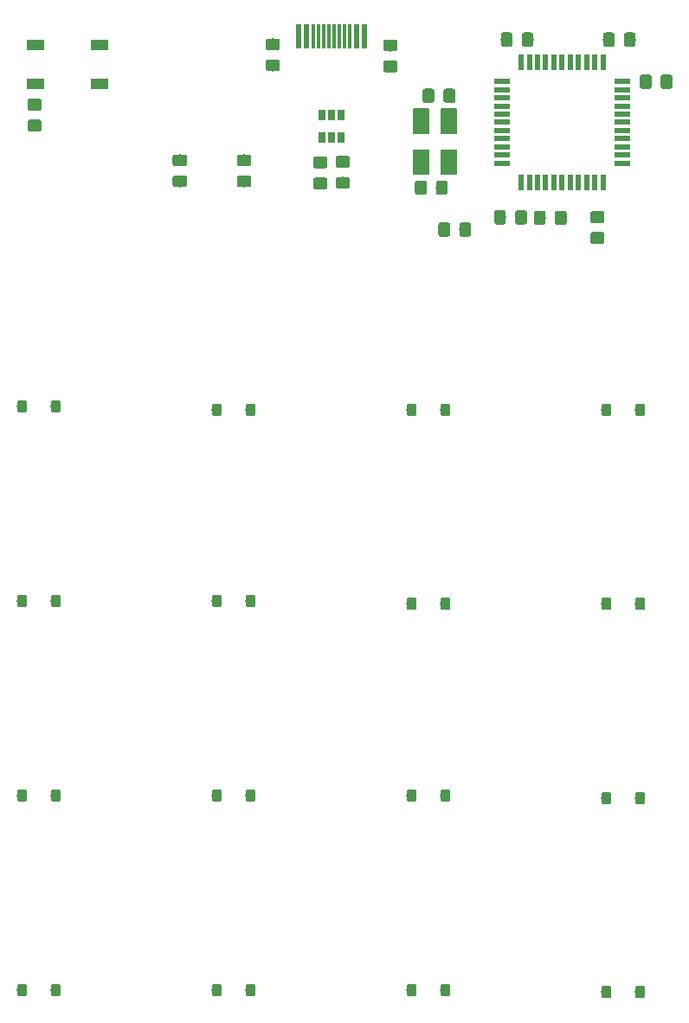
<source format=gbr>
G04 #@! TF.GenerationSoftware,KiCad,Pcbnew,(5.0.2)-1*
G04 #@! TF.CreationDate,2019-10-12T18:51:29+05:30*
G04 #@! TF.ProjectId,steambud_htswp,73746561-6d62-4756-945f-68747377702e,rev?*
G04 #@! TF.SameCoordinates,Original*
G04 #@! TF.FileFunction,Paste,Bot*
G04 #@! TF.FilePolarity,Positive*
%FSLAX46Y46*%
G04 Gerber Fmt 4.6, Leading zero omitted, Abs format (unit mm)*
G04 Created by KiCad (PCBNEW (5.0.2)-1) date 10/12/2019 6:51:29 PM*
%MOMM*%
%LPD*%
G01*
G04 APERTURE LIST*
%ADD10R,0.300000X2.450000*%
%ADD11R,0.600000X2.450000*%
%ADD12C,0.100000*%
%ADD13C,1.150000*%
%ADD14R,0.500000X1.500000*%
%ADD15R,1.500000X0.500000*%
%ADD16R,0.650000X1.060000*%
%ADD17C,1.600000*%
%ADD18R,1.700000X1.000000*%
%ADD19C,1.000000*%
G04 APERTURE END LIST*
D10*
G04 #@! TO.C,USB1*
X76000000Y-25695000D03*
X76500000Y-25695000D03*
X77000000Y-25695000D03*
X75500000Y-25695000D03*
X77500000Y-25695000D03*
X75000000Y-25695000D03*
X78000000Y-25695000D03*
X74500000Y-25695000D03*
D11*
X73800000Y-25695000D03*
X78700000Y-25695000D03*
X73025000Y-25695000D03*
X79475000Y-25695000D03*
G04 #@! TD*
D12*
G04 #@! TO.C,C1*
G36*
X87374505Y-39801204D02*
X87398773Y-39804804D01*
X87422572Y-39810765D01*
X87445671Y-39819030D01*
X87467850Y-39829520D01*
X87488893Y-39842132D01*
X87508599Y-39856747D01*
X87526777Y-39873223D01*
X87543253Y-39891401D01*
X87557868Y-39911107D01*
X87570480Y-39932150D01*
X87580970Y-39954329D01*
X87589235Y-39977428D01*
X87595196Y-40001227D01*
X87598796Y-40025495D01*
X87600000Y-40049999D01*
X87600000Y-40950001D01*
X87598796Y-40974505D01*
X87595196Y-40998773D01*
X87589235Y-41022572D01*
X87580970Y-41045671D01*
X87570480Y-41067850D01*
X87557868Y-41088893D01*
X87543253Y-41108599D01*
X87526777Y-41126777D01*
X87508599Y-41143253D01*
X87488893Y-41157868D01*
X87467850Y-41170480D01*
X87445671Y-41180970D01*
X87422572Y-41189235D01*
X87398773Y-41195196D01*
X87374505Y-41198796D01*
X87350001Y-41200000D01*
X86699999Y-41200000D01*
X86675495Y-41198796D01*
X86651227Y-41195196D01*
X86627428Y-41189235D01*
X86604329Y-41180970D01*
X86582150Y-41170480D01*
X86561107Y-41157868D01*
X86541401Y-41143253D01*
X86523223Y-41126777D01*
X86506747Y-41108599D01*
X86492132Y-41088893D01*
X86479520Y-41067850D01*
X86469030Y-41045671D01*
X86460765Y-41022572D01*
X86454804Y-40998773D01*
X86451204Y-40974505D01*
X86450000Y-40950001D01*
X86450000Y-40049999D01*
X86451204Y-40025495D01*
X86454804Y-40001227D01*
X86460765Y-39977428D01*
X86469030Y-39954329D01*
X86479520Y-39932150D01*
X86492132Y-39911107D01*
X86506747Y-39891401D01*
X86523223Y-39873223D01*
X86541401Y-39856747D01*
X86561107Y-39842132D01*
X86582150Y-39829520D01*
X86604329Y-39819030D01*
X86627428Y-39810765D01*
X86651227Y-39804804D01*
X86675495Y-39801204D01*
X86699999Y-39800000D01*
X87350001Y-39800000D01*
X87374505Y-39801204D01*
X87374505Y-39801204D01*
G37*
D13*
X87025000Y-40500000D03*
D12*
G36*
X85324505Y-39801204D02*
X85348773Y-39804804D01*
X85372572Y-39810765D01*
X85395671Y-39819030D01*
X85417850Y-39829520D01*
X85438893Y-39842132D01*
X85458599Y-39856747D01*
X85476777Y-39873223D01*
X85493253Y-39891401D01*
X85507868Y-39911107D01*
X85520480Y-39932150D01*
X85530970Y-39954329D01*
X85539235Y-39977428D01*
X85545196Y-40001227D01*
X85548796Y-40025495D01*
X85550000Y-40049999D01*
X85550000Y-40950001D01*
X85548796Y-40974505D01*
X85545196Y-40998773D01*
X85539235Y-41022572D01*
X85530970Y-41045671D01*
X85520480Y-41067850D01*
X85507868Y-41088893D01*
X85493253Y-41108599D01*
X85476777Y-41126777D01*
X85458599Y-41143253D01*
X85438893Y-41157868D01*
X85417850Y-41170480D01*
X85395671Y-41180970D01*
X85372572Y-41189235D01*
X85348773Y-41195196D01*
X85324505Y-41198796D01*
X85300001Y-41200000D01*
X84649999Y-41200000D01*
X84625495Y-41198796D01*
X84601227Y-41195196D01*
X84577428Y-41189235D01*
X84554329Y-41180970D01*
X84532150Y-41170480D01*
X84511107Y-41157868D01*
X84491401Y-41143253D01*
X84473223Y-41126777D01*
X84456747Y-41108599D01*
X84442132Y-41088893D01*
X84429520Y-41067850D01*
X84419030Y-41045671D01*
X84410765Y-41022572D01*
X84404804Y-40998773D01*
X84401204Y-40974505D01*
X84400000Y-40950001D01*
X84400000Y-40049999D01*
X84401204Y-40025495D01*
X84404804Y-40001227D01*
X84410765Y-39977428D01*
X84419030Y-39954329D01*
X84429520Y-39932150D01*
X84442132Y-39911107D01*
X84456747Y-39891401D01*
X84473223Y-39873223D01*
X84491401Y-39856747D01*
X84511107Y-39842132D01*
X84532150Y-39829520D01*
X84554329Y-39819030D01*
X84577428Y-39810765D01*
X84601227Y-39804804D01*
X84625495Y-39801204D01*
X84649999Y-39800000D01*
X85300001Y-39800000D01*
X85324505Y-39801204D01*
X85324505Y-39801204D01*
G37*
D13*
X84975000Y-40500000D03*
G04 #@! TD*
D12*
G04 #@! TO.C,C2*
G36*
X88124505Y-30801204D02*
X88148773Y-30804804D01*
X88172572Y-30810765D01*
X88195671Y-30819030D01*
X88217850Y-30829520D01*
X88238893Y-30842132D01*
X88258599Y-30856747D01*
X88276777Y-30873223D01*
X88293253Y-30891401D01*
X88307868Y-30911107D01*
X88320480Y-30932150D01*
X88330970Y-30954329D01*
X88339235Y-30977428D01*
X88345196Y-31001227D01*
X88348796Y-31025495D01*
X88350000Y-31049999D01*
X88350000Y-31950001D01*
X88348796Y-31974505D01*
X88345196Y-31998773D01*
X88339235Y-32022572D01*
X88330970Y-32045671D01*
X88320480Y-32067850D01*
X88307868Y-32088893D01*
X88293253Y-32108599D01*
X88276777Y-32126777D01*
X88258599Y-32143253D01*
X88238893Y-32157868D01*
X88217850Y-32170480D01*
X88195671Y-32180970D01*
X88172572Y-32189235D01*
X88148773Y-32195196D01*
X88124505Y-32198796D01*
X88100001Y-32200000D01*
X87449999Y-32200000D01*
X87425495Y-32198796D01*
X87401227Y-32195196D01*
X87377428Y-32189235D01*
X87354329Y-32180970D01*
X87332150Y-32170480D01*
X87311107Y-32157868D01*
X87291401Y-32143253D01*
X87273223Y-32126777D01*
X87256747Y-32108599D01*
X87242132Y-32088893D01*
X87229520Y-32067850D01*
X87219030Y-32045671D01*
X87210765Y-32022572D01*
X87204804Y-31998773D01*
X87201204Y-31974505D01*
X87200000Y-31950001D01*
X87200000Y-31049999D01*
X87201204Y-31025495D01*
X87204804Y-31001227D01*
X87210765Y-30977428D01*
X87219030Y-30954329D01*
X87229520Y-30932150D01*
X87242132Y-30911107D01*
X87256747Y-30891401D01*
X87273223Y-30873223D01*
X87291401Y-30856747D01*
X87311107Y-30842132D01*
X87332150Y-30829520D01*
X87354329Y-30819030D01*
X87377428Y-30810765D01*
X87401227Y-30804804D01*
X87425495Y-30801204D01*
X87449999Y-30800000D01*
X88100001Y-30800000D01*
X88124505Y-30801204D01*
X88124505Y-30801204D01*
G37*
D13*
X87775000Y-31500000D03*
D12*
G36*
X86074505Y-30801204D02*
X86098773Y-30804804D01*
X86122572Y-30810765D01*
X86145671Y-30819030D01*
X86167850Y-30829520D01*
X86188893Y-30842132D01*
X86208599Y-30856747D01*
X86226777Y-30873223D01*
X86243253Y-30891401D01*
X86257868Y-30911107D01*
X86270480Y-30932150D01*
X86280970Y-30954329D01*
X86289235Y-30977428D01*
X86295196Y-31001227D01*
X86298796Y-31025495D01*
X86300000Y-31049999D01*
X86300000Y-31950001D01*
X86298796Y-31974505D01*
X86295196Y-31998773D01*
X86289235Y-32022572D01*
X86280970Y-32045671D01*
X86270480Y-32067850D01*
X86257868Y-32088893D01*
X86243253Y-32108599D01*
X86226777Y-32126777D01*
X86208599Y-32143253D01*
X86188893Y-32157868D01*
X86167850Y-32170480D01*
X86145671Y-32180970D01*
X86122572Y-32189235D01*
X86098773Y-32195196D01*
X86074505Y-32198796D01*
X86050001Y-32200000D01*
X85399999Y-32200000D01*
X85375495Y-32198796D01*
X85351227Y-32195196D01*
X85327428Y-32189235D01*
X85304329Y-32180970D01*
X85282150Y-32170480D01*
X85261107Y-32157868D01*
X85241401Y-32143253D01*
X85223223Y-32126777D01*
X85206747Y-32108599D01*
X85192132Y-32088893D01*
X85179520Y-32067850D01*
X85169030Y-32045671D01*
X85160765Y-32022572D01*
X85154804Y-31998773D01*
X85151204Y-31974505D01*
X85150000Y-31950001D01*
X85150000Y-31049999D01*
X85151204Y-31025495D01*
X85154804Y-31001227D01*
X85160765Y-30977428D01*
X85169030Y-30954329D01*
X85179520Y-30932150D01*
X85192132Y-30911107D01*
X85206747Y-30891401D01*
X85223223Y-30873223D01*
X85241401Y-30856747D01*
X85261107Y-30842132D01*
X85282150Y-30829520D01*
X85304329Y-30819030D01*
X85327428Y-30810765D01*
X85351227Y-30804804D01*
X85375495Y-30801204D01*
X85399999Y-30800000D01*
X86050001Y-30800000D01*
X86074505Y-30801204D01*
X86074505Y-30801204D01*
G37*
D13*
X85725000Y-31500000D03*
G04 #@! TD*
D12*
G04 #@! TO.C,C3*
G36*
X87624505Y-43901204D02*
X87648773Y-43904804D01*
X87672572Y-43910765D01*
X87695671Y-43919030D01*
X87717850Y-43929520D01*
X87738893Y-43942132D01*
X87758599Y-43956747D01*
X87776777Y-43973223D01*
X87793253Y-43991401D01*
X87807868Y-44011107D01*
X87820480Y-44032150D01*
X87830970Y-44054329D01*
X87839235Y-44077428D01*
X87845196Y-44101227D01*
X87848796Y-44125495D01*
X87850000Y-44149999D01*
X87850000Y-45050001D01*
X87848796Y-45074505D01*
X87845196Y-45098773D01*
X87839235Y-45122572D01*
X87830970Y-45145671D01*
X87820480Y-45167850D01*
X87807868Y-45188893D01*
X87793253Y-45208599D01*
X87776777Y-45226777D01*
X87758599Y-45243253D01*
X87738893Y-45257868D01*
X87717850Y-45270480D01*
X87695671Y-45280970D01*
X87672572Y-45289235D01*
X87648773Y-45295196D01*
X87624505Y-45298796D01*
X87600001Y-45300000D01*
X86949999Y-45300000D01*
X86925495Y-45298796D01*
X86901227Y-45295196D01*
X86877428Y-45289235D01*
X86854329Y-45280970D01*
X86832150Y-45270480D01*
X86811107Y-45257868D01*
X86791401Y-45243253D01*
X86773223Y-45226777D01*
X86756747Y-45208599D01*
X86742132Y-45188893D01*
X86729520Y-45167850D01*
X86719030Y-45145671D01*
X86710765Y-45122572D01*
X86704804Y-45098773D01*
X86701204Y-45074505D01*
X86700000Y-45050001D01*
X86700000Y-44149999D01*
X86701204Y-44125495D01*
X86704804Y-44101227D01*
X86710765Y-44077428D01*
X86719030Y-44054329D01*
X86729520Y-44032150D01*
X86742132Y-44011107D01*
X86756747Y-43991401D01*
X86773223Y-43973223D01*
X86791401Y-43956747D01*
X86811107Y-43942132D01*
X86832150Y-43929520D01*
X86854329Y-43919030D01*
X86877428Y-43910765D01*
X86901227Y-43904804D01*
X86925495Y-43901204D01*
X86949999Y-43900000D01*
X87600001Y-43900000D01*
X87624505Y-43901204D01*
X87624505Y-43901204D01*
G37*
D13*
X87275000Y-44600000D03*
D12*
G36*
X89674505Y-43901204D02*
X89698773Y-43904804D01*
X89722572Y-43910765D01*
X89745671Y-43919030D01*
X89767850Y-43929520D01*
X89788893Y-43942132D01*
X89808599Y-43956747D01*
X89826777Y-43973223D01*
X89843253Y-43991401D01*
X89857868Y-44011107D01*
X89870480Y-44032150D01*
X89880970Y-44054329D01*
X89889235Y-44077428D01*
X89895196Y-44101227D01*
X89898796Y-44125495D01*
X89900000Y-44149999D01*
X89900000Y-45050001D01*
X89898796Y-45074505D01*
X89895196Y-45098773D01*
X89889235Y-45122572D01*
X89880970Y-45145671D01*
X89870480Y-45167850D01*
X89857868Y-45188893D01*
X89843253Y-45208599D01*
X89826777Y-45226777D01*
X89808599Y-45243253D01*
X89788893Y-45257868D01*
X89767850Y-45270480D01*
X89745671Y-45280970D01*
X89722572Y-45289235D01*
X89698773Y-45295196D01*
X89674505Y-45298796D01*
X89650001Y-45300000D01*
X88999999Y-45300000D01*
X88975495Y-45298796D01*
X88951227Y-45295196D01*
X88927428Y-45289235D01*
X88904329Y-45280970D01*
X88882150Y-45270480D01*
X88861107Y-45257868D01*
X88841401Y-45243253D01*
X88823223Y-45226777D01*
X88806747Y-45208599D01*
X88792132Y-45188893D01*
X88779520Y-45167850D01*
X88769030Y-45145671D01*
X88760765Y-45122572D01*
X88754804Y-45098773D01*
X88751204Y-45074505D01*
X88750000Y-45050001D01*
X88750000Y-44149999D01*
X88751204Y-44125495D01*
X88754804Y-44101227D01*
X88760765Y-44077428D01*
X88769030Y-44054329D01*
X88779520Y-44032150D01*
X88792132Y-44011107D01*
X88806747Y-43991401D01*
X88823223Y-43973223D01*
X88841401Y-43956747D01*
X88861107Y-43942132D01*
X88882150Y-43929520D01*
X88904329Y-43919030D01*
X88927428Y-43910765D01*
X88951227Y-43904804D01*
X88975495Y-43901204D01*
X88999999Y-43900000D01*
X89650001Y-43900000D01*
X89674505Y-43901204D01*
X89674505Y-43901204D01*
G37*
D13*
X89325000Y-44600000D03*
G04 #@! TD*
D12*
G04 #@! TO.C,C4*
G36*
X95124505Y-42701204D02*
X95148773Y-42704804D01*
X95172572Y-42710765D01*
X95195671Y-42719030D01*
X95217850Y-42729520D01*
X95238893Y-42742132D01*
X95258599Y-42756747D01*
X95276777Y-42773223D01*
X95293253Y-42791401D01*
X95307868Y-42811107D01*
X95320480Y-42832150D01*
X95330970Y-42854329D01*
X95339235Y-42877428D01*
X95345196Y-42901227D01*
X95348796Y-42925495D01*
X95350000Y-42949999D01*
X95350000Y-43850001D01*
X95348796Y-43874505D01*
X95345196Y-43898773D01*
X95339235Y-43922572D01*
X95330970Y-43945671D01*
X95320480Y-43967850D01*
X95307868Y-43988893D01*
X95293253Y-44008599D01*
X95276777Y-44026777D01*
X95258599Y-44043253D01*
X95238893Y-44057868D01*
X95217850Y-44070480D01*
X95195671Y-44080970D01*
X95172572Y-44089235D01*
X95148773Y-44095196D01*
X95124505Y-44098796D01*
X95100001Y-44100000D01*
X94449999Y-44100000D01*
X94425495Y-44098796D01*
X94401227Y-44095196D01*
X94377428Y-44089235D01*
X94354329Y-44080970D01*
X94332150Y-44070480D01*
X94311107Y-44057868D01*
X94291401Y-44043253D01*
X94273223Y-44026777D01*
X94256747Y-44008599D01*
X94242132Y-43988893D01*
X94229520Y-43967850D01*
X94219030Y-43945671D01*
X94210765Y-43922572D01*
X94204804Y-43898773D01*
X94201204Y-43874505D01*
X94200000Y-43850001D01*
X94200000Y-42949999D01*
X94201204Y-42925495D01*
X94204804Y-42901227D01*
X94210765Y-42877428D01*
X94219030Y-42854329D01*
X94229520Y-42832150D01*
X94242132Y-42811107D01*
X94256747Y-42791401D01*
X94273223Y-42773223D01*
X94291401Y-42756747D01*
X94311107Y-42742132D01*
X94332150Y-42729520D01*
X94354329Y-42719030D01*
X94377428Y-42710765D01*
X94401227Y-42704804D01*
X94425495Y-42701204D01*
X94449999Y-42700000D01*
X95100001Y-42700000D01*
X95124505Y-42701204D01*
X95124505Y-42701204D01*
G37*
D13*
X94775000Y-43400000D03*
D12*
G36*
X93074505Y-42701204D02*
X93098773Y-42704804D01*
X93122572Y-42710765D01*
X93145671Y-42719030D01*
X93167850Y-42729520D01*
X93188893Y-42742132D01*
X93208599Y-42756747D01*
X93226777Y-42773223D01*
X93243253Y-42791401D01*
X93257868Y-42811107D01*
X93270480Y-42832150D01*
X93280970Y-42854329D01*
X93289235Y-42877428D01*
X93295196Y-42901227D01*
X93298796Y-42925495D01*
X93300000Y-42949999D01*
X93300000Y-43850001D01*
X93298796Y-43874505D01*
X93295196Y-43898773D01*
X93289235Y-43922572D01*
X93280970Y-43945671D01*
X93270480Y-43967850D01*
X93257868Y-43988893D01*
X93243253Y-44008599D01*
X93226777Y-44026777D01*
X93208599Y-44043253D01*
X93188893Y-44057868D01*
X93167850Y-44070480D01*
X93145671Y-44080970D01*
X93122572Y-44089235D01*
X93098773Y-44095196D01*
X93074505Y-44098796D01*
X93050001Y-44100000D01*
X92399999Y-44100000D01*
X92375495Y-44098796D01*
X92351227Y-44095196D01*
X92327428Y-44089235D01*
X92304329Y-44080970D01*
X92282150Y-44070480D01*
X92261107Y-44057868D01*
X92241401Y-44043253D01*
X92223223Y-44026777D01*
X92206747Y-44008599D01*
X92192132Y-43988893D01*
X92179520Y-43967850D01*
X92169030Y-43945671D01*
X92160765Y-43922572D01*
X92154804Y-43898773D01*
X92151204Y-43874505D01*
X92150000Y-43850001D01*
X92150000Y-42949999D01*
X92151204Y-42925495D01*
X92154804Y-42901227D01*
X92160765Y-42877428D01*
X92169030Y-42854329D01*
X92179520Y-42832150D01*
X92192132Y-42811107D01*
X92206747Y-42791401D01*
X92223223Y-42773223D01*
X92241401Y-42756747D01*
X92261107Y-42742132D01*
X92282150Y-42729520D01*
X92304329Y-42719030D01*
X92327428Y-42710765D01*
X92351227Y-42704804D01*
X92375495Y-42701204D01*
X92399999Y-42700000D01*
X93050001Y-42700000D01*
X93074505Y-42701204D01*
X93074505Y-42701204D01*
G37*
D13*
X92725000Y-43400000D03*
G04 #@! TD*
D12*
G04 #@! TO.C,C7*
G36*
X102724505Y-44851204D02*
X102748773Y-44854804D01*
X102772572Y-44860765D01*
X102795671Y-44869030D01*
X102817850Y-44879520D01*
X102838893Y-44892132D01*
X102858599Y-44906747D01*
X102876777Y-44923223D01*
X102893253Y-44941401D01*
X102907868Y-44961107D01*
X102920480Y-44982150D01*
X102930970Y-45004329D01*
X102939235Y-45027428D01*
X102945196Y-45051227D01*
X102948796Y-45075495D01*
X102950000Y-45099999D01*
X102950000Y-45750001D01*
X102948796Y-45774505D01*
X102945196Y-45798773D01*
X102939235Y-45822572D01*
X102930970Y-45845671D01*
X102920480Y-45867850D01*
X102907868Y-45888893D01*
X102893253Y-45908599D01*
X102876777Y-45926777D01*
X102858599Y-45943253D01*
X102838893Y-45957868D01*
X102817850Y-45970480D01*
X102795671Y-45980970D01*
X102772572Y-45989235D01*
X102748773Y-45995196D01*
X102724505Y-45998796D01*
X102700001Y-46000000D01*
X101799999Y-46000000D01*
X101775495Y-45998796D01*
X101751227Y-45995196D01*
X101727428Y-45989235D01*
X101704329Y-45980970D01*
X101682150Y-45970480D01*
X101661107Y-45957868D01*
X101641401Y-45943253D01*
X101623223Y-45926777D01*
X101606747Y-45908599D01*
X101592132Y-45888893D01*
X101579520Y-45867850D01*
X101569030Y-45845671D01*
X101560765Y-45822572D01*
X101554804Y-45798773D01*
X101551204Y-45774505D01*
X101550000Y-45750001D01*
X101550000Y-45099999D01*
X101551204Y-45075495D01*
X101554804Y-45051227D01*
X101560765Y-45027428D01*
X101569030Y-45004329D01*
X101579520Y-44982150D01*
X101592132Y-44961107D01*
X101606747Y-44941401D01*
X101623223Y-44923223D01*
X101641401Y-44906747D01*
X101661107Y-44892132D01*
X101682150Y-44879520D01*
X101704329Y-44869030D01*
X101727428Y-44860765D01*
X101751227Y-44854804D01*
X101775495Y-44851204D01*
X101799999Y-44850000D01*
X102700001Y-44850000D01*
X102724505Y-44851204D01*
X102724505Y-44851204D01*
G37*
D13*
X102250000Y-45425000D03*
D12*
G36*
X102724505Y-42801204D02*
X102748773Y-42804804D01*
X102772572Y-42810765D01*
X102795671Y-42819030D01*
X102817850Y-42829520D01*
X102838893Y-42842132D01*
X102858599Y-42856747D01*
X102876777Y-42873223D01*
X102893253Y-42891401D01*
X102907868Y-42911107D01*
X102920480Y-42932150D01*
X102930970Y-42954329D01*
X102939235Y-42977428D01*
X102945196Y-43001227D01*
X102948796Y-43025495D01*
X102950000Y-43049999D01*
X102950000Y-43700001D01*
X102948796Y-43724505D01*
X102945196Y-43748773D01*
X102939235Y-43772572D01*
X102930970Y-43795671D01*
X102920480Y-43817850D01*
X102907868Y-43838893D01*
X102893253Y-43858599D01*
X102876777Y-43876777D01*
X102858599Y-43893253D01*
X102838893Y-43907868D01*
X102817850Y-43920480D01*
X102795671Y-43930970D01*
X102772572Y-43939235D01*
X102748773Y-43945196D01*
X102724505Y-43948796D01*
X102700001Y-43950000D01*
X101799999Y-43950000D01*
X101775495Y-43948796D01*
X101751227Y-43945196D01*
X101727428Y-43939235D01*
X101704329Y-43930970D01*
X101682150Y-43920480D01*
X101661107Y-43907868D01*
X101641401Y-43893253D01*
X101623223Y-43876777D01*
X101606747Y-43858599D01*
X101592132Y-43838893D01*
X101579520Y-43817850D01*
X101569030Y-43795671D01*
X101560765Y-43772572D01*
X101554804Y-43748773D01*
X101551204Y-43724505D01*
X101550000Y-43700001D01*
X101550000Y-43049999D01*
X101551204Y-43025495D01*
X101554804Y-43001227D01*
X101560765Y-42977428D01*
X101569030Y-42954329D01*
X101579520Y-42932150D01*
X101592132Y-42911107D01*
X101606747Y-42891401D01*
X101623223Y-42873223D01*
X101641401Y-42856747D01*
X101661107Y-42842132D01*
X101682150Y-42829520D01*
X101704329Y-42819030D01*
X101727428Y-42810765D01*
X101751227Y-42804804D01*
X101775495Y-42801204D01*
X101799999Y-42800000D01*
X102700001Y-42800000D01*
X102724505Y-42801204D01*
X102724505Y-42801204D01*
G37*
D13*
X102250000Y-43375000D03*
G04 #@! TD*
D12*
G04 #@! TO.C,C8*
G36*
X99024505Y-42751204D02*
X99048773Y-42754804D01*
X99072572Y-42760765D01*
X99095671Y-42769030D01*
X99117850Y-42779520D01*
X99138893Y-42792132D01*
X99158599Y-42806747D01*
X99176777Y-42823223D01*
X99193253Y-42841401D01*
X99207868Y-42861107D01*
X99220480Y-42882150D01*
X99230970Y-42904329D01*
X99239235Y-42927428D01*
X99245196Y-42951227D01*
X99248796Y-42975495D01*
X99250000Y-42999999D01*
X99250000Y-43900001D01*
X99248796Y-43924505D01*
X99245196Y-43948773D01*
X99239235Y-43972572D01*
X99230970Y-43995671D01*
X99220480Y-44017850D01*
X99207868Y-44038893D01*
X99193253Y-44058599D01*
X99176777Y-44076777D01*
X99158599Y-44093253D01*
X99138893Y-44107868D01*
X99117850Y-44120480D01*
X99095671Y-44130970D01*
X99072572Y-44139235D01*
X99048773Y-44145196D01*
X99024505Y-44148796D01*
X99000001Y-44150000D01*
X98349999Y-44150000D01*
X98325495Y-44148796D01*
X98301227Y-44145196D01*
X98277428Y-44139235D01*
X98254329Y-44130970D01*
X98232150Y-44120480D01*
X98211107Y-44107868D01*
X98191401Y-44093253D01*
X98173223Y-44076777D01*
X98156747Y-44058599D01*
X98142132Y-44038893D01*
X98129520Y-44017850D01*
X98119030Y-43995671D01*
X98110765Y-43972572D01*
X98104804Y-43948773D01*
X98101204Y-43924505D01*
X98100000Y-43900001D01*
X98100000Y-42999999D01*
X98101204Y-42975495D01*
X98104804Y-42951227D01*
X98110765Y-42927428D01*
X98119030Y-42904329D01*
X98129520Y-42882150D01*
X98142132Y-42861107D01*
X98156747Y-42841401D01*
X98173223Y-42823223D01*
X98191401Y-42806747D01*
X98211107Y-42792132D01*
X98232150Y-42779520D01*
X98254329Y-42769030D01*
X98277428Y-42760765D01*
X98301227Y-42754804D01*
X98325495Y-42751204D01*
X98349999Y-42750000D01*
X99000001Y-42750000D01*
X99024505Y-42751204D01*
X99024505Y-42751204D01*
G37*
D13*
X98675000Y-43450000D03*
D12*
G36*
X96974505Y-42751204D02*
X96998773Y-42754804D01*
X97022572Y-42760765D01*
X97045671Y-42769030D01*
X97067850Y-42779520D01*
X97088893Y-42792132D01*
X97108599Y-42806747D01*
X97126777Y-42823223D01*
X97143253Y-42841401D01*
X97157868Y-42861107D01*
X97170480Y-42882150D01*
X97180970Y-42904329D01*
X97189235Y-42927428D01*
X97195196Y-42951227D01*
X97198796Y-42975495D01*
X97200000Y-42999999D01*
X97200000Y-43900001D01*
X97198796Y-43924505D01*
X97195196Y-43948773D01*
X97189235Y-43972572D01*
X97180970Y-43995671D01*
X97170480Y-44017850D01*
X97157868Y-44038893D01*
X97143253Y-44058599D01*
X97126777Y-44076777D01*
X97108599Y-44093253D01*
X97088893Y-44107868D01*
X97067850Y-44120480D01*
X97045671Y-44130970D01*
X97022572Y-44139235D01*
X96998773Y-44145196D01*
X96974505Y-44148796D01*
X96950001Y-44150000D01*
X96299999Y-44150000D01*
X96275495Y-44148796D01*
X96251227Y-44145196D01*
X96227428Y-44139235D01*
X96204329Y-44130970D01*
X96182150Y-44120480D01*
X96161107Y-44107868D01*
X96141401Y-44093253D01*
X96123223Y-44076777D01*
X96106747Y-44058599D01*
X96092132Y-44038893D01*
X96079520Y-44017850D01*
X96069030Y-43995671D01*
X96060765Y-43972572D01*
X96054804Y-43948773D01*
X96051204Y-43924505D01*
X96050000Y-43900001D01*
X96050000Y-42999999D01*
X96051204Y-42975495D01*
X96054804Y-42951227D01*
X96060765Y-42927428D01*
X96069030Y-42904329D01*
X96079520Y-42882150D01*
X96092132Y-42861107D01*
X96106747Y-42841401D01*
X96123223Y-42823223D01*
X96141401Y-42806747D01*
X96161107Y-42792132D01*
X96182150Y-42779520D01*
X96204329Y-42769030D01*
X96227428Y-42760765D01*
X96251227Y-42754804D01*
X96275495Y-42751204D01*
X96299999Y-42750000D01*
X96950001Y-42750000D01*
X96974505Y-42751204D01*
X96974505Y-42751204D01*
G37*
D13*
X96625000Y-43450000D03*
G04 #@! TD*
D14*
G04 #@! TO.C,IC1*
X102800000Y-40000000D03*
X102000000Y-40000000D03*
X101200000Y-40000000D03*
X100400000Y-40000000D03*
X99600000Y-40000000D03*
X98800000Y-40000000D03*
X98000000Y-40000000D03*
X97200000Y-40000000D03*
X96400000Y-40000000D03*
X95600000Y-40000000D03*
X94800000Y-40000000D03*
D15*
X92900000Y-38100000D03*
X92900000Y-37300000D03*
X92900000Y-36500000D03*
X92900000Y-35700000D03*
X92900000Y-34900000D03*
X92900000Y-34100000D03*
X92900000Y-33300000D03*
X92900000Y-32500000D03*
X92900000Y-31700000D03*
X92900000Y-30900000D03*
X92900000Y-30100000D03*
D14*
X94800000Y-28200000D03*
X95600000Y-28200000D03*
X96400000Y-28200000D03*
X97200000Y-28200000D03*
X98000000Y-28200000D03*
X98800000Y-28200000D03*
X99600000Y-28200000D03*
X100400000Y-28200000D03*
X101200000Y-28200000D03*
X102000000Y-28200000D03*
X102800000Y-28200000D03*
D15*
X104700000Y-30100000D03*
X104700000Y-30900000D03*
X104700000Y-31700000D03*
X104700000Y-32500000D03*
X104700000Y-33300000D03*
X104700000Y-34100000D03*
X104700000Y-34900000D03*
X104700000Y-35700000D03*
X104700000Y-36500000D03*
X104700000Y-37300000D03*
X104700000Y-38100000D03*
G04 #@! TD*
D12*
G04 #@! TO.C,R3*
G36*
X77824505Y-39451204D02*
X77848773Y-39454804D01*
X77872572Y-39460765D01*
X77895671Y-39469030D01*
X77917850Y-39479520D01*
X77938893Y-39492132D01*
X77958599Y-39506747D01*
X77976777Y-39523223D01*
X77993253Y-39541401D01*
X78007868Y-39561107D01*
X78020480Y-39582150D01*
X78030970Y-39604329D01*
X78039235Y-39627428D01*
X78045196Y-39651227D01*
X78048796Y-39675495D01*
X78050000Y-39699999D01*
X78050000Y-40350001D01*
X78048796Y-40374505D01*
X78045196Y-40398773D01*
X78039235Y-40422572D01*
X78030970Y-40445671D01*
X78020480Y-40467850D01*
X78007868Y-40488893D01*
X77993253Y-40508599D01*
X77976777Y-40526777D01*
X77958599Y-40543253D01*
X77938893Y-40557868D01*
X77917850Y-40570480D01*
X77895671Y-40580970D01*
X77872572Y-40589235D01*
X77848773Y-40595196D01*
X77824505Y-40598796D01*
X77800001Y-40600000D01*
X76899999Y-40600000D01*
X76875495Y-40598796D01*
X76851227Y-40595196D01*
X76827428Y-40589235D01*
X76804329Y-40580970D01*
X76782150Y-40570480D01*
X76761107Y-40557868D01*
X76741401Y-40543253D01*
X76723223Y-40526777D01*
X76706747Y-40508599D01*
X76692132Y-40488893D01*
X76679520Y-40467850D01*
X76669030Y-40445671D01*
X76660765Y-40422572D01*
X76654804Y-40398773D01*
X76651204Y-40374505D01*
X76650000Y-40350001D01*
X76650000Y-39699999D01*
X76651204Y-39675495D01*
X76654804Y-39651227D01*
X76660765Y-39627428D01*
X76669030Y-39604329D01*
X76679520Y-39582150D01*
X76692132Y-39561107D01*
X76706747Y-39541401D01*
X76723223Y-39523223D01*
X76741401Y-39506747D01*
X76761107Y-39492132D01*
X76782150Y-39479520D01*
X76804329Y-39469030D01*
X76827428Y-39460765D01*
X76851227Y-39454804D01*
X76875495Y-39451204D01*
X76899999Y-39450000D01*
X77800001Y-39450000D01*
X77824505Y-39451204D01*
X77824505Y-39451204D01*
G37*
D13*
X77350000Y-40025000D03*
D12*
G36*
X77824505Y-37401204D02*
X77848773Y-37404804D01*
X77872572Y-37410765D01*
X77895671Y-37419030D01*
X77917850Y-37429520D01*
X77938893Y-37442132D01*
X77958599Y-37456747D01*
X77976777Y-37473223D01*
X77993253Y-37491401D01*
X78007868Y-37511107D01*
X78020480Y-37532150D01*
X78030970Y-37554329D01*
X78039235Y-37577428D01*
X78045196Y-37601227D01*
X78048796Y-37625495D01*
X78050000Y-37649999D01*
X78050000Y-38300001D01*
X78048796Y-38324505D01*
X78045196Y-38348773D01*
X78039235Y-38372572D01*
X78030970Y-38395671D01*
X78020480Y-38417850D01*
X78007868Y-38438893D01*
X77993253Y-38458599D01*
X77976777Y-38476777D01*
X77958599Y-38493253D01*
X77938893Y-38507868D01*
X77917850Y-38520480D01*
X77895671Y-38530970D01*
X77872572Y-38539235D01*
X77848773Y-38545196D01*
X77824505Y-38548796D01*
X77800001Y-38550000D01*
X76899999Y-38550000D01*
X76875495Y-38548796D01*
X76851227Y-38545196D01*
X76827428Y-38539235D01*
X76804329Y-38530970D01*
X76782150Y-38520480D01*
X76761107Y-38507868D01*
X76741401Y-38493253D01*
X76723223Y-38476777D01*
X76706747Y-38458599D01*
X76692132Y-38438893D01*
X76679520Y-38417850D01*
X76669030Y-38395671D01*
X76660765Y-38372572D01*
X76654804Y-38348773D01*
X76651204Y-38324505D01*
X76650000Y-38300001D01*
X76650000Y-37649999D01*
X76651204Y-37625495D01*
X76654804Y-37601227D01*
X76660765Y-37577428D01*
X76669030Y-37554329D01*
X76679520Y-37532150D01*
X76692132Y-37511107D01*
X76706747Y-37491401D01*
X76723223Y-37473223D01*
X76741401Y-37456747D01*
X76761107Y-37442132D01*
X76782150Y-37429520D01*
X76804329Y-37419030D01*
X76827428Y-37410765D01*
X76851227Y-37404804D01*
X76875495Y-37401204D01*
X76899999Y-37400000D01*
X77800001Y-37400000D01*
X77824505Y-37401204D01*
X77824505Y-37401204D01*
G37*
D13*
X77350000Y-37975000D03*
G04 #@! TD*
D12*
G04 #@! TO.C,R4*
G36*
X75624505Y-37451204D02*
X75648773Y-37454804D01*
X75672572Y-37460765D01*
X75695671Y-37469030D01*
X75717850Y-37479520D01*
X75738893Y-37492132D01*
X75758599Y-37506747D01*
X75776777Y-37523223D01*
X75793253Y-37541401D01*
X75807868Y-37561107D01*
X75820480Y-37582150D01*
X75830970Y-37604329D01*
X75839235Y-37627428D01*
X75845196Y-37651227D01*
X75848796Y-37675495D01*
X75850000Y-37699999D01*
X75850000Y-38350001D01*
X75848796Y-38374505D01*
X75845196Y-38398773D01*
X75839235Y-38422572D01*
X75830970Y-38445671D01*
X75820480Y-38467850D01*
X75807868Y-38488893D01*
X75793253Y-38508599D01*
X75776777Y-38526777D01*
X75758599Y-38543253D01*
X75738893Y-38557868D01*
X75717850Y-38570480D01*
X75695671Y-38580970D01*
X75672572Y-38589235D01*
X75648773Y-38595196D01*
X75624505Y-38598796D01*
X75600001Y-38600000D01*
X74699999Y-38600000D01*
X74675495Y-38598796D01*
X74651227Y-38595196D01*
X74627428Y-38589235D01*
X74604329Y-38580970D01*
X74582150Y-38570480D01*
X74561107Y-38557868D01*
X74541401Y-38543253D01*
X74523223Y-38526777D01*
X74506747Y-38508599D01*
X74492132Y-38488893D01*
X74479520Y-38467850D01*
X74469030Y-38445671D01*
X74460765Y-38422572D01*
X74454804Y-38398773D01*
X74451204Y-38374505D01*
X74450000Y-38350001D01*
X74450000Y-37699999D01*
X74451204Y-37675495D01*
X74454804Y-37651227D01*
X74460765Y-37627428D01*
X74469030Y-37604329D01*
X74479520Y-37582150D01*
X74492132Y-37561107D01*
X74506747Y-37541401D01*
X74523223Y-37523223D01*
X74541401Y-37506747D01*
X74561107Y-37492132D01*
X74582150Y-37479520D01*
X74604329Y-37469030D01*
X74627428Y-37460765D01*
X74651227Y-37454804D01*
X74675495Y-37451204D01*
X74699999Y-37450000D01*
X75600001Y-37450000D01*
X75624505Y-37451204D01*
X75624505Y-37451204D01*
G37*
D13*
X75150000Y-38025000D03*
D12*
G36*
X75624505Y-39501204D02*
X75648773Y-39504804D01*
X75672572Y-39510765D01*
X75695671Y-39519030D01*
X75717850Y-39529520D01*
X75738893Y-39542132D01*
X75758599Y-39556747D01*
X75776777Y-39573223D01*
X75793253Y-39591401D01*
X75807868Y-39611107D01*
X75820480Y-39632150D01*
X75830970Y-39654329D01*
X75839235Y-39677428D01*
X75845196Y-39701227D01*
X75848796Y-39725495D01*
X75850000Y-39749999D01*
X75850000Y-40400001D01*
X75848796Y-40424505D01*
X75845196Y-40448773D01*
X75839235Y-40472572D01*
X75830970Y-40495671D01*
X75820480Y-40517850D01*
X75807868Y-40538893D01*
X75793253Y-40558599D01*
X75776777Y-40576777D01*
X75758599Y-40593253D01*
X75738893Y-40607868D01*
X75717850Y-40620480D01*
X75695671Y-40630970D01*
X75672572Y-40639235D01*
X75648773Y-40645196D01*
X75624505Y-40648796D01*
X75600001Y-40650000D01*
X74699999Y-40650000D01*
X74675495Y-40648796D01*
X74651227Y-40645196D01*
X74627428Y-40639235D01*
X74604329Y-40630970D01*
X74582150Y-40620480D01*
X74561107Y-40607868D01*
X74541401Y-40593253D01*
X74523223Y-40576777D01*
X74506747Y-40558599D01*
X74492132Y-40538893D01*
X74479520Y-40517850D01*
X74469030Y-40495671D01*
X74460765Y-40472572D01*
X74454804Y-40448773D01*
X74451204Y-40424505D01*
X74450000Y-40400001D01*
X74450000Y-39749999D01*
X74451204Y-39725495D01*
X74454804Y-39701227D01*
X74460765Y-39677428D01*
X74469030Y-39654329D01*
X74479520Y-39632150D01*
X74492132Y-39611107D01*
X74506747Y-39591401D01*
X74523223Y-39573223D01*
X74541401Y-39556747D01*
X74561107Y-39542132D01*
X74582150Y-39529520D01*
X74604329Y-39519030D01*
X74627428Y-39510765D01*
X74651227Y-39504804D01*
X74675495Y-39501204D01*
X74699999Y-39500000D01*
X75600001Y-39500000D01*
X75624505Y-39501204D01*
X75624505Y-39501204D01*
G37*
D13*
X75150000Y-40075000D03*
G04 #@! TD*
D16*
G04 #@! TO.C,U_ESD1*
X75300000Y-33400000D03*
X76250000Y-33400000D03*
X77200000Y-33400000D03*
X77200000Y-35600000D03*
X75300000Y-35600000D03*
X76250000Y-35600000D03*
G04 #@! TD*
D12*
G04 #@! TO.C,R_CC1*
G36*
X70974505Y-27951204D02*
X70998773Y-27954804D01*
X71022572Y-27960765D01*
X71045671Y-27969030D01*
X71067850Y-27979520D01*
X71088893Y-27992132D01*
X71108599Y-28006747D01*
X71126777Y-28023223D01*
X71143253Y-28041401D01*
X71157868Y-28061107D01*
X71170480Y-28082150D01*
X71180970Y-28104329D01*
X71189235Y-28127428D01*
X71195196Y-28151227D01*
X71198796Y-28175495D01*
X71200000Y-28199999D01*
X71200000Y-28850001D01*
X71198796Y-28874505D01*
X71195196Y-28898773D01*
X71189235Y-28922572D01*
X71180970Y-28945671D01*
X71170480Y-28967850D01*
X71157868Y-28988893D01*
X71143253Y-29008599D01*
X71126777Y-29026777D01*
X71108599Y-29043253D01*
X71088893Y-29057868D01*
X71067850Y-29070480D01*
X71045671Y-29080970D01*
X71022572Y-29089235D01*
X70998773Y-29095196D01*
X70974505Y-29098796D01*
X70950001Y-29100000D01*
X70049999Y-29100000D01*
X70025495Y-29098796D01*
X70001227Y-29095196D01*
X69977428Y-29089235D01*
X69954329Y-29080970D01*
X69932150Y-29070480D01*
X69911107Y-29057868D01*
X69891401Y-29043253D01*
X69873223Y-29026777D01*
X69856747Y-29008599D01*
X69842132Y-28988893D01*
X69829520Y-28967850D01*
X69819030Y-28945671D01*
X69810765Y-28922572D01*
X69804804Y-28898773D01*
X69801204Y-28874505D01*
X69800000Y-28850001D01*
X69800000Y-28199999D01*
X69801204Y-28175495D01*
X69804804Y-28151227D01*
X69810765Y-28127428D01*
X69819030Y-28104329D01*
X69829520Y-28082150D01*
X69842132Y-28061107D01*
X69856747Y-28041401D01*
X69873223Y-28023223D01*
X69891401Y-28006747D01*
X69911107Y-27992132D01*
X69932150Y-27979520D01*
X69954329Y-27969030D01*
X69977428Y-27960765D01*
X70001227Y-27954804D01*
X70025495Y-27951204D01*
X70049999Y-27950000D01*
X70950001Y-27950000D01*
X70974505Y-27951204D01*
X70974505Y-27951204D01*
G37*
D13*
X70500000Y-28525000D03*
D12*
G36*
X70974505Y-25901204D02*
X70998773Y-25904804D01*
X71022572Y-25910765D01*
X71045671Y-25919030D01*
X71067850Y-25929520D01*
X71088893Y-25942132D01*
X71108599Y-25956747D01*
X71126777Y-25973223D01*
X71143253Y-25991401D01*
X71157868Y-26011107D01*
X71170480Y-26032150D01*
X71180970Y-26054329D01*
X71189235Y-26077428D01*
X71195196Y-26101227D01*
X71198796Y-26125495D01*
X71200000Y-26149999D01*
X71200000Y-26800001D01*
X71198796Y-26824505D01*
X71195196Y-26848773D01*
X71189235Y-26872572D01*
X71180970Y-26895671D01*
X71170480Y-26917850D01*
X71157868Y-26938893D01*
X71143253Y-26958599D01*
X71126777Y-26976777D01*
X71108599Y-26993253D01*
X71088893Y-27007868D01*
X71067850Y-27020480D01*
X71045671Y-27030970D01*
X71022572Y-27039235D01*
X70998773Y-27045196D01*
X70974505Y-27048796D01*
X70950001Y-27050000D01*
X70049999Y-27050000D01*
X70025495Y-27048796D01*
X70001227Y-27045196D01*
X69977428Y-27039235D01*
X69954329Y-27030970D01*
X69932150Y-27020480D01*
X69911107Y-27007868D01*
X69891401Y-26993253D01*
X69873223Y-26976777D01*
X69856747Y-26958599D01*
X69842132Y-26938893D01*
X69829520Y-26917850D01*
X69819030Y-26895671D01*
X69810765Y-26872572D01*
X69804804Y-26848773D01*
X69801204Y-26824505D01*
X69800000Y-26800001D01*
X69800000Y-26149999D01*
X69801204Y-26125495D01*
X69804804Y-26101227D01*
X69810765Y-26077428D01*
X69819030Y-26054329D01*
X69829520Y-26032150D01*
X69842132Y-26011107D01*
X69856747Y-25991401D01*
X69873223Y-25973223D01*
X69891401Y-25956747D01*
X69911107Y-25942132D01*
X69932150Y-25929520D01*
X69954329Y-25919030D01*
X69977428Y-25910765D01*
X70001227Y-25904804D01*
X70025495Y-25901204D01*
X70049999Y-25900000D01*
X70950001Y-25900000D01*
X70974505Y-25901204D01*
X70974505Y-25901204D01*
G37*
D13*
X70500000Y-26475000D03*
G04 #@! TD*
D12*
G04 #@! TO.C,R_CC2*
G36*
X82474505Y-26001204D02*
X82498773Y-26004804D01*
X82522572Y-26010765D01*
X82545671Y-26019030D01*
X82567850Y-26029520D01*
X82588893Y-26042132D01*
X82608599Y-26056747D01*
X82626777Y-26073223D01*
X82643253Y-26091401D01*
X82657868Y-26111107D01*
X82670480Y-26132150D01*
X82680970Y-26154329D01*
X82689235Y-26177428D01*
X82695196Y-26201227D01*
X82698796Y-26225495D01*
X82700000Y-26249999D01*
X82700000Y-26900001D01*
X82698796Y-26924505D01*
X82695196Y-26948773D01*
X82689235Y-26972572D01*
X82680970Y-26995671D01*
X82670480Y-27017850D01*
X82657868Y-27038893D01*
X82643253Y-27058599D01*
X82626777Y-27076777D01*
X82608599Y-27093253D01*
X82588893Y-27107868D01*
X82567850Y-27120480D01*
X82545671Y-27130970D01*
X82522572Y-27139235D01*
X82498773Y-27145196D01*
X82474505Y-27148796D01*
X82450001Y-27150000D01*
X81549999Y-27150000D01*
X81525495Y-27148796D01*
X81501227Y-27145196D01*
X81477428Y-27139235D01*
X81454329Y-27130970D01*
X81432150Y-27120480D01*
X81411107Y-27107868D01*
X81391401Y-27093253D01*
X81373223Y-27076777D01*
X81356747Y-27058599D01*
X81342132Y-27038893D01*
X81329520Y-27017850D01*
X81319030Y-26995671D01*
X81310765Y-26972572D01*
X81304804Y-26948773D01*
X81301204Y-26924505D01*
X81300000Y-26900001D01*
X81300000Y-26249999D01*
X81301204Y-26225495D01*
X81304804Y-26201227D01*
X81310765Y-26177428D01*
X81319030Y-26154329D01*
X81329520Y-26132150D01*
X81342132Y-26111107D01*
X81356747Y-26091401D01*
X81373223Y-26073223D01*
X81391401Y-26056747D01*
X81411107Y-26042132D01*
X81432150Y-26029520D01*
X81454329Y-26019030D01*
X81477428Y-26010765D01*
X81501227Y-26004804D01*
X81525495Y-26001204D01*
X81549999Y-26000000D01*
X82450001Y-26000000D01*
X82474505Y-26001204D01*
X82474505Y-26001204D01*
G37*
D13*
X82000000Y-26575000D03*
D12*
G36*
X82474505Y-28051204D02*
X82498773Y-28054804D01*
X82522572Y-28060765D01*
X82545671Y-28069030D01*
X82567850Y-28079520D01*
X82588893Y-28092132D01*
X82608599Y-28106747D01*
X82626777Y-28123223D01*
X82643253Y-28141401D01*
X82657868Y-28161107D01*
X82670480Y-28182150D01*
X82680970Y-28204329D01*
X82689235Y-28227428D01*
X82695196Y-28251227D01*
X82698796Y-28275495D01*
X82700000Y-28299999D01*
X82700000Y-28950001D01*
X82698796Y-28974505D01*
X82695196Y-28998773D01*
X82689235Y-29022572D01*
X82680970Y-29045671D01*
X82670480Y-29067850D01*
X82657868Y-29088893D01*
X82643253Y-29108599D01*
X82626777Y-29126777D01*
X82608599Y-29143253D01*
X82588893Y-29157868D01*
X82567850Y-29170480D01*
X82545671Y-29180970D01*
X82522572Y-29189235D01*
X82498773Y-29195196D01*
X82474505Y-29198796D01*
X82450001Y-29200000D01*
X81549999Y-29200000D01*
X81525495Y-29198796D01*
X81501227Y-29195196D01*
X81477428Y-29189235D01*
X81454329Y-29180970D01*
X81432150Y-29170480D01*
X81411107Y-29157868D01*
X81391401Y-29143253D01*
X81373223Y-29126777D01*
X81356747Y-29108599D01*
X81342132Y-29088893D01*
X81329520Y-29067850D01*
X81319030Y-29045671D01*
X81310765Y-29022572D01*
X81304804Y-28998773D01*
X81301204Y-28974505D01*
X81300000Y-28950001D01*
X81300000Y-28299999D01*
X81301204Y-28275495D01*
X81304804Y-28251227D01*
X81310765Y-28227428D01*
X81319030Y-28204329D01*
X81329520Y-28182150D01*
X81342132Y-28161107D01*
X81356747Y-28141401D01*
X81373223Y-28123223D01*
X81391401Y-28106747D01*
X81411107Y-28092132D01*
X81432150Y-28079520D01*
X81454329Y-28069030D01*
X81477428Y-28060765D01*
X81501227Y-28054804D01*
X81525495Y-28051204D01*
X81549999Y-28050000D01*
X82450001Y-28050000D01*
X82474505Y-28051204D01*
X82474505Y-28051204D01*
G37*
D13*
X82000000Y-28625000D03*
G04 #@! TD*
D12*
G04 #@! TO.C,R_SCL1*
G36*
X61874505Y-39301204D02*
X61898773Y-39304804D01*
X61922572Y-39310765D01*
X61945671Y-39319030D01*
X61967850Y-39329520D01*
X61988893Y-39342132D01*
X62008599Y-39356747D01*
X62026777Y-39373223D01*
X62043253Y-39391401D01*
X62057868Y-39411107D01*
X62070480Y-39432150D01*
X62080970Y-39454329D01*
X62089235Y-39477428D01*
X62095196Y-39501227D01*
X62098796Y-39525495D01*
X62100000Y-39549999D01*
X62100000Y-40200001D01*
X62098796Y-40224505D01*
X62095196Y-40248773D01*
X62089235Y-40272572D01*
X62080970Y-40295671D01*
X62070480Y-40317850D01*
X62057868Y-40338893D01*
X62043253Y-40358599D01*
X62026777Y-40376777D01*
X62008599Y-40393253D01*
X61988893Y-40407868D01*
X61967850Y-40420480D01*
X61945671Y-40430970D01*
X61922572Y-40439235D01*
X61898773Y-40445196D01*
X61874505Y-40448796D01*
X61850001Y-40450000D01*
X60949999Y-40450000D01*
X60925495Y-40448796D01*
X60901227Y-40445196D01*
X60877428Y-40439235D01*
X60854329Y-40430970D01*
X60832150Y-40420480D01*
X60811107Y-40407868D01*
X60791401Y-40393253D01*
X60773223Y-40376777D01*
X60756747Y-40358599D01*
X60742132Y-40338893D01*
X60729520Y-40317850D01*
X60719030Y-40295671D01*
X60710765Y-40272572D01*
X60704804Y-40248773D01*
X60701204Y-40224505D01*
X60700000Y-40200001D01*
X60700000Y-39549999D01*
X60701204Y-39525495D01*
X60704804Y-39501227D01*
X60710765Y-39477428D01*
X60719030Y-39454329D01*
X60729520Y-39432150D01*
X60742132Y-39411107D01*
X60756747Y-39391401D01*
X60773223Y-39373223D01*
X60791401Y-39356747D01*
X60811107Y-39342132D01*
X60832150Y-39329520D01*
X60854329Y-39319030D01*
X60877428Y-39310765D01*
X60901227Y-39304804D01*
X60925495Y-39301204D01*
X60949999Y-39300000D01*
X61850001Y-39300000D01*
X61874505Y-39301204D01*
X61874505Y-39301204D01*
G37*
D13*
X61400000Y-39875000D03*
D12*
G36*
X61874505Y-37251204D02*
X61898773Y-37254804D01*
X61922572Y-37260765D01*
X61945671Y-37269030D01*
X61967850Y-37279520D01*
X61988893Y-37292132D01*
X62008599Y-37306747D01*
X62026777Y-37323223D01*
X62043253Y-37341401D01*
X62057868Y-37361107D01*
X62070480Y-37382150D01*
X62080970Y-37404329D01*
X62089235Y-37427428D01*
X62095196Y-37451227D01*
X62098796Y-37475495D01*
X62100000Y-37499999D01*
X62100000Y-38150001D01*
X62098796Y-38174505D01*
X62095196Y-38198773D01*
X62089235Y-38222572D01*
X62080970Y-38245671D01*
X62070480Y-38267850D01*
X62057868Y-38288893D01*
X62043253Y-38308599D01*
X62026777Y-38326777D01*
X62008599Y-38343253D01*
X61988893Y-38357868D01*
X61967850Y-38370480D01*
X61945671Y-38380970D01*
X61922572Y-38389235D01*
X61898773Y-38395196D01*
X61874505Y-38398796D01*
X61850001Y-38400000D01*
X60949999Y-38400000D01*
X60925495Y-38398796D01*
X60901227Y-38395196D01*
X60877428Y-38389235D01*
X60854329Y-38380970D01*
X60832150Y-38370480D01*
X60811107Y-38357868D01*
X60791401Y-38343253D01*
X60773223Y-38326777D01*
X60756747Y-38308599D01*
X60742132Y-38288893D01*
X60729520Y-38267850D01*
X60719030Y-38245671D01*
X60710765Y-38222572D01*
X60704804Y-38198773D01*
X60701204Y-38174505D01*
X60700000Y-38150001D01*
X60700000Y-37499999D01*
X60701204Y-37475495D01*
X60704804Y-37451227D01*
X60710765Y-37427428D01*
X60719030Y-37404329D01*
X60729520Y-37382150D01*
X60742132Y-37361107D01*
X60756747Y-37341401D01*
X60773223Y-37323223D01*
X60791401Y-37306747D01*
X60811107Y-37292132D01*
X60832150Y-37279520D01*
X60854329Y-37269030D01*
X60877428Y-37260765D01*
X60901227Y-37254804D01*
X60925495Y-37251204D01*
X60949999Y-37250000D01*
X61850001Y-37250000D01*
X61874505Y-37251204D01*
X61874505Y-37251204D01*
G37*
D13*
X61400000Y-37825000D03*
G04 #@! TD*
D12*
G04 #@! TO.C,R_SDA1*
G36*
X68174505Y-37251204D02*
X68198773Y-37254804D01*
X68222572Y-37260765D01*
X68245671Y-37269030D01*
X68267850Y-37279520D01*
X68288893Y-37292132D01*
X68308599Y-37306747D01*
X68326777Y-37323223D01*
X68343253Y-37341401D01*
X68357868Y-37361107D01*
X68370480Y-37382150D01*
X68380970Y-37404329D01*
X68389235Y-37427428D01*
X68395196Y-37451227D01*
X68398796Y-37475495D01*
X68400000Y-37499999D01*
X68400000Y-38150001D01*
X68398796Y-38174505D01*
X68395196Y-38198773D01*
X68389235Y-38222572D01*
X68380970Y-38245671D01*
X68370480Y-38267850D01*
X68357868Y-38288893D01*
X68343253Y-38308599D01*
X68326777Y-38326777D01*
X68308599Y-38343253D01*
X68288893Y-38357868D01*
X68267850Y-38370480D01*
X68245671Y-38380970D01*
X68222572Y-38389235D01*
X68198773Y-38395196D01*
X68174505Y-38398796D01*
X68150001Y-38400000D01*
X67249999Y-38400000D01*
X67225495Y-38398796D01*
X67201227Y-38395196D01*
X67177428Y-38389235D01*
X67154329Y-38380970D01*
X67132150Y-38370480D01*
X67111107Y-38357868D01*
X67091401Y-38343253D01*
X67073223Y-38326777D01*
X67056747Y-38308599D01*
X67042132Y-38288893D01*
X67029520Y-38267850D01*
X67019030Y-38245671D01*
X67010765Y-38222572D01*
X67004804Y-38198773D01*
X67001204Y-38174505D01*
X67000000Y-38150001D01*
X67000000Y-37499999D01*
X67001204Y-37475495D01*
X67004804Y-37451227D01*
X67010765Y-37427428D01*
X67019030Y-37404329D01*
X67029520Y-37382150D01*
X67042132Y-37361107D01*
X67056747Y-37341401D01*
X67073223Y-37323223D01*
X67091401Y-37306747D01*
X67111107Y-37292132D01*
X67132150Y-37279520D01*
X67154329Y-37269030D01*
X67177428Y-37260765D01*
X67201227Y-37254804D01*
X67225495Y-37251204D01*
X67249999Y-37250000D01*
X68150001Y-37250000D01*
X68174505Y-37251204D01*
X68174505Y-37251204D01*
G37*
D13*
X67700000Y-37825000D03*
D12*
G36*
X68174505Y-39301204D02*
X68198773Y-39304804D01*
X68222572Y-39310765D01*
X68245671Y-39319030D01*
X68267850Y-39329520D01*
X68288893Y-39342132D01*
X68308599Y-39356747D01*
X68326777Y-39373223D01*
X68343253Y-39391401D01*
X68357868Y-39411107D01*
X68370480Y-39432150D01*
X68380970Y-39454329D01*
X68389235Y-39477428D01*
X68395196Y-39501227D01*
X68398796Y-39525495D01*
X68400000Y-39549999D01*
X68400000Y-40200001D01*
X68398796Y-40224505D01*
X68395196Y-40248773D01*
X68389235Y-40272572D01*
X68380970Y-40295671D01*
X68370480Y-40317850D01*
X68357868Y-40338893D01*
X68343253Y-40358599D01*
X68326777Y-40376777D01*
X68308599Y-40393253D01*
X68288893Y-40407868D01*
X68267850Y-40420480D01*
X68245671Y-40430970D01*
X68222572Y-40439235D01*
X68198773Y-40445196D01*
X68174505Y-40448796D01*
X68150001Y-40450000D01*
X67249999Y-40450000D01*
X67225495Y-40448796D01*
X67201227Y-40445196D01*
X67177428Y-40439235D01*
X67154329Y-40430970D01*
X67132150Y-40420480D01*
X67111107Y-40407868D01*
X67091401Y-40393253D01*
X67073223Y-40376777D01*
X67056747Y-40358599D01*
X67042132Y-40338893D01*
X67029520Y-40317850D01*
X67019030Y-40295671D01*
X67010765Y-40272572D01*
X67004804Y-40248773D01*
X67001204Y-40224505D01*
X67000000Y-40200001D01*
X67000000Y-39549999D01*
X67001204Y-39525495D01*
X67004804Y-39501227D01*
X67010765Y-39477428D01*
X67019030Y-39454329D01*
X67029520Y-39432150D01*
X67042132Y-39411107D01*
X67056747Y-39391401D01*
X67073223Y-39373223D01*
X67091401Y-39356747D01*
X67111107Y-39342132D01*
X67132150Y-39329520D01*
X67154329Y-39319030D01*
X67177428Y-39310765D01*
X67201227Y-39304804D01*
X67225495Y-39301204D01*
X67249999Y-39300000D01*
X68150001Y-39300000D01*
X68174505Y-39301204D01*
X68174505Y-39301204D01*
G37*
D13*
X67700000Y-39875000D03*
G04 #@! TD*
D12*
G04 #@! TO.C,X1*
G36*
X85727841Y-36750385D02*
X85735607Y-36751537D01*
X85743223Y-36753445D01*
X85750615Y-36756090D01*
X85757712Y-36759446D01*
X85764446Y-36763482D01*
X85770751Y-36768159D01*
X85776569Y-36773431D01*
X85781841Y-36779249D01*
X85786518Y-36785554D01*
X85790554Y-36792288D01*
X85793910Y-36799385D01*
X85796555Y-36806777D01*
X85798463Y-36814393D01*
X85799615Y-36822159D01*
X85800000Y-36830000D01*
X85800000Y-39170000D01*
X85799615Y-39177841D01*
X85798463Y-39185607D01*
X85796555Y-39193223D01*
X85793910Y-39200615D01*
X85790554Y-39207712D01*
X85786518Y-39214446D01*
X85781841Y-39220751D01*
X85776569Y-39226569D01*
X85770751Y-39231841D01*
X85764446Y-39236518D01*
X85757712Y-39240554D01*
X85750615Y-39243910D01*
X85743223Y-39246555D01*
X85735607Y-39248463D01*
X85727841Y-39249615D01*
X85720000Y-39250000D01*
X84280000Y-39250000D01*
X84272159Y-39249615D01*
X84264393Y-39248463D01*
X84256777Y-39246555D01*
X84249385Y-39243910D01*
X84242288Y-39240554D01*
X84235554Y-39236518D01*
X84229249Y-39231841D01*
X84223431Y-39226569D01*
X84218159Y-39220751D01*
X84213482Y-39214446D01*
X84209446Y-39207712D01*
X84206090Y-39200615D01*
X84203445Y-39193223D01*
X84201537Y-39185607D01*
X84200385Y-39177841D01*
X84200000Y-39170000D01*
X84200000Y-36830000D01*
X84200385Y-36822159D01*
X84201537Y-36814393D01*
X84203445Y-36806777D01*
X84206090Y-36799385D01*
X84209446Y-36792288D01*
X84213482Y-36785554D01*
X84218159Y-36779249D01*
X84223431Y-36773431D01*
X84229249Y-36768159D01*
X84235554Y-36763482D01*
X84242288Y-36759446D01*
X84249385Y-36756090D01*
X84256777Y-36753445D01*
X84264393Y-36751537D01*
X84272159Y-36750385D01*
X84280000Y-36750000D01*
X85720000Y-36750000D01*
X85727841Y-36750385D01*
X85727841Y-36750385D01*
G37*
D17*
X85000000Y-38000000D03*
D12*
G36*
X85727841Y-32750385D02*
X85735607Y-32751537D01*
X85743223Y-32753445D01*
X85750615Y-32756090D01*
X85757712Y-32759446D01*
X85764446Y-32763482D01*
X85770751Y-32768159D01*
X85776569Y-32773431D01*
X85781841Y-32779249D01*
X85786518Y-32785554D01*
X85790554Y-32792288D01*
X85793910Y-32799385D01*
X85796555Y-32806777D01*
X85798463Y-32814393D01*
X85799615Y-32822159D01*
X85800000Y-32830000D01*
X85800000Y-35170000D01*
X85799615Y-35177841D01*
X85798463Y-35185607D01*
X85796555Y-35193223D01*
X85793910Y-35200615D01*
X85790554Y-35207712D01*
X85786518Y-35214446D01*
X85781841Y-35220751D01*
X85776569Y-35226569D01*
X85770751Y-35231841D01*
X85764446Y-35236518D01*
X85757712Y-35240554D01*
X85750615Y-35243910D01*
X85743223Y-35246555D01*
X85735607Y-35248463D01*
X85727841Y-35249615D01*
X85720000Y-35250000D01*
X84280000Y-35250000D01*
X84272159Y-35249615D01*
X84264393Y-35248463D01*
X84256777Y-35246555D01*
X84249385Y-35243910D01*
X84242288Y-35240554D01*
X84235554Y-35236518D01*
X84229249Y-35231841D01*
X84223431Y-35226569D01*
X84218159Y-35220751D01*
X84213482Y-35214446D01*
X84209446Y-35207712D01*
X84206090Y-35200615D01*
X84203445Y-35193223D01*
X84201537Y-35185607D01*
X84200385Y-35177841D01*
X84200000Y-35170000D01*
X84200000Y-32830000D01*
X84200385Y-32822159D01*
X84201537Y-32814393D01*
X84203445Y-32806777D01*
X84206090Y-32799385D01*
X84209446Y-32792288D01*
X84213482Y-32785554D01*
X84218159Y-32779249D01*
X84223431Y-32773431D01*
X84229249Y-32768159D01*
X84235554Y-32763482D01*
X84242288Y-32759446D01*
X84249385Y-32756090D01*
X84256777Y-32753445D01*
X84264393Y-32751537D01*
X84272159Y-32750385D01*
X84280000Y-32750000D01*
X85720000Y-32750000D01*
X85727841Y-32750385D01*
X85727841Y-32750385D01*
G37*
D17*
X85000000Y-34000000D03*
D12*
G36*
X88477841Y-32750385D02*
X88485607Y-32751537D01*
X88493223Y-32753445D01*
X88500615Y-32756090D01*
X88507712Y-32759446D01*
X88514446Y-32763482D01*
X88520751Y-32768159D01*
X88526569Y-32773431D01*
X88531841Y-32779249D01*
X88536518Y-32785554D01*
X88540554Y-32792288D01*
X88543910Y-32799385D01*
X88546555Y-32806777D01*
X88548463Y-32814393D01*
X88549615Y-32822159D01*
X88550000Y-32830000D01*
X88550000Y-35170000D01*
X88549615Y-35177841D01*
X88548463Y-35185607D01*
X88546555Y-35193223D01*
X88543910Y-35200615D01*
X88540554Y-35207712D01*
X88536518Y-35214446D01*
X88531841Y-35220751D01*
X88526569Y-35226569D01*
X88520751Y-35231841D01*
X88514446Y-35236518D01*
X88507712Y-35240554D01*
X88500615Y-35243910D01*
X88493223Y-35246555D01*
X88485607Y-35248463D01*
X88477841Y-35249615D01*
X88470000Y-35250000D01*
X87030000Y-35250000D01*
X87022159Y-35249615D01*
X87014393Y-35248463D01*
X87006777Y-35246555D01*
X86999385Y-35243910D01*
X86992288Y-35240554D01*
X86985554Y-35236518D01*
X86979249Y-35231841D01*
X86973431Y-35226569D01*
X86968159Y-35220751D01*
X86963482Y-35214446D01*
X86959446Y-35207712D01*
X86956090Y-35200615D01*
X86953445Y-35193223D01*
X86951537Y-35185607D01*
X86950385Y-35177841D01*
X86950000Y-35170000D01*
X86950000Y-32830000D01*
X86950385Y-32822159D01*
X86951537Y-32814393D01*
X86953445Y-32806777D01*
X86956090Y-32799385D01*
X86959446Y-32792288D01*
X86963482Y-32785554D01*
X86968159Y-32779249D01*
X86973431Y-32773431D01*
X86979249Y-32768159D01*
X86985554Y-32763482D01*
X86992288Y-32759446D01*
X86999385Y-32756090D01*
X87006777Y-32753445D01*
X87014393Y-32751537D01*
X87022159Y-32750385D01*
X87030000Y-32750000D01*
X88470000Y-32750000D01*
X88477841Y-32750385D01*
X88477841Y-32750385D01*
G37*
D17*
X87750000Y-34000000D03*
D12*
G36*
X88477841Y-36750385D02*
X88485607Y-36751537D01*
X88493223Y-36753445D01*
X88500615Y-36756090D01*
X88507712Y-36759446D01*
X88514446Y-36763482D01*
X88520751Y-36768159D01*
X88526569Y-36773431D01*
X88531841Y-36779249D01*
X88536518Y-36785554D01*
X88540554Y-36792288D01*
X88543910Y-36799385D01*
X88546555Y-36806777D01*
X88548463Y-36814393D01*
X88549615Y-36822159D01*
X88550000Y-36830000D01*
X88550000Y-39170000D01*
X88549615Y-39177841D01*
X88548463Y-39185607D01*
X88546555Y-39193223D01*
X88543910Y-39200615D01*
X88540554Y-39207712D01*
X88536518Y-39214446D01*
X88531841Y-39220751D01*
X88526569Y-39226569D01*
X88520751Y-39231841D01*
X88514446Y-39236518D01*
X88507712Y-39240554D01*
X88500615Y-39243910D01*
X88493223Y-39246555D01*
X88485607Y-39248463D01*
X88477841Y-39249615D01*
X88470000Y-39250000D01*
X87030000Y-39250000D01*
X87022159Y-39249615D01*
X87014393Y-39248463D01*
X87006777Y-39246555D01*
X86999385Y-39243910D01*
X86992288Y-39240554D01*
X86985554Y-39236518D01*
X86979249Y-39231841D01*
X86973431Y-39226569D01*
X86968159Y-39220751D01*
X86963482Y-39214446D01*
X86959446Y-39207712D01*
X86956090Y-39200615D01*
X86953445Y-39193223D01*
X86951537Y-39185607D01*
X86950385Y-39177841D01*
X86950000Y-39170000D01*
X86950000Y-36830000D01*
X86950385Y-36822159D01*
X86951537Y-36814393D01*
X86953445Y-36806777D01*
X86956090Y-36799385D01*
X86959446Y-36792288D01*
X86963482Y-36785554D01*
X86968159Y-36779249D01*
X86973431Y-36773431D01*
X86979249Y-36768159D01*
X86985554Y-36763482D01*
X86992288Y-36759446D01*
X86999385Y-36756090D01*
X87006777Y-36753445D01*
X87014393Y-36751537D01*
X87022159Y-36750385D01*
X87030000Y-36750000D01*
X88470000Y-36750000D01*
X88477841Y-36750385D01*
X88477841Y-36750385D01*
G37*
D17*
X87750000Y-38000000D03*
G04 #@! TD*
D12*
G04 #@! TO.C,C5*
G36*
X93724505Y-25301204D02*
X93748773Y-25304804D01*
X93772572Y-25310765D01*
X93795671Y-25319030D01*
X93817850Y-25329520D01*
X93838893Y-25342132D01*
X93858599Y-25356747D01*
X93876777Y-25373223D01*
X93893253Y-25391401D01*
X93907868Y-25411107D01*
X93920480Y-25432150D01*
X93930970Y-25454329D01*
X93939235Y-25477428D01*
X93945196Y-25501227D01*
X93948796Y-25525495D01*
X93950000Y-25549999D01*
X93950000Y-26450001D01*
X93948796Y-26474505D01*
X93945196Y-26498773D01*
X93939235Y-26522572D01*
X93930970Y-26545671D01*
X93920480Y-26567850D01*
X93907868Y-26588893D01*
X93893253Y-26608599D01*
X93876777Y-26626777D01*
X93858599Y-26643253D01*
X93838893Y-26657868D01*
X93817850Y-26670480D01*
X93795671Y-26680970D01*
X93772572Y-26689235D01*
X93748773Y-26695196D01*
X93724505Y-26698796D01*
X93700001Y-26700000D01*
X93049999Y-26700000D01*
X93025495Y-26698796D01*
X93001227Y-26695196D01*
X92977428Y-26689235D01*
X92954329Y-26680970D01*
X92932150Y-26670480D01*
X92911107Y-26657868D01*
X92891401Y-26643253D01*
X92873223Y-26626777D01*
X92856747Y-26608599D01*
X92842132Y-26588893D01*
X92829520Y-26567850D01*
X92819030Y-26545671D01*
X92810765Y-26522572D01*
X92804804Y-26498773D01*
X92801204Y-26474505D01*
X92800000Y-26450001D01*
X92800000Y-25549999D01*
X92801204Y-25525495D01*
X92804804Y-25501227D01*
X92810765Y-25477428D01*
X92819030Y-25454329D01*
X92829520Y-25432150D01*
X92842132Y-25411107D01*
X92856747Y-25391401D01*
X92873223Y-25373223D01*
X92891401Y-25356747D01*
X92911107Y-25342132D01*
X92932150Y-25329520D01*
X92954329Y-25319030D01*
X92977428Y-25310765D01*
X93001227Y-25304804D01*
X93025495Y-25301204D01*
X93049999Y-25300000D01*
X93700001Y-25300000D01*
X93724505Y-25301204D01*
X93724505Y-25301204D01*
G37*
D13*
X93375000Y-26000000D03*
D12*
G36*
X95774505Y-25301204D02*
X95798773Y-25304804D01*
X95822572Y-25310765D01*
X95845671Y-25319030D01*
X95867850Y-25329520D01*
X95888893Y-25342132D01*
X95908599Y-25356747D01*
X95926777Y-25373223D01*
X95943253Y-25391401D01*
X95957868Y-25411107D01*
X95970480Y-25432150D01*
X95980970Y-25454329D01*
X95989235Y-25477428D01*
X95995196Y-25501227D01*
X95998796Y-25525495D01*
X96000000Y-25549999D01*
X96000000Y-26450001D01*
X95998796Y-26474505D01*
X95995196Y-26498773D01*
X95989235Y-26522572D01*
X95980970Y-26545671D01*
X95970480Y-26567850D01*
X95957868Y-26588893D01*
X95943253Y-26608599D01*
X95926777Y-26626777D01*
X95908599Y-26643253D01*
X95888893Y-26657868D01*
X95867850Y-26670480D01*
X95845671Y-26680970D01*
X95822572Y-26689235D01*
X95798773Y-26695196D01*
X95774505Y-26698796D01*
X95750001Y-26700000D01*
X95099999Y-26700000D01*
X95075495Y-26698796D01*
X95051227Y-26695196D01*
X95027428Y-26689235D01*
X95004329Y-26680970D01*
X94982150Y-26670480D01*
X94961107Y-26657868D01*
X94941401Y-26643253D01*
X94923223Y-26626777D01*
X94906747Y-26608599D01*
X94892132Y-26588893D01*
X94879520Y-26567850D01*
X94869030Y-26545671D01*
X94860765Y-26522572D01*
X94854804Y-26498773D01*
X94851204Y-26474505D01*
X94850000Y-26450001D01*
X94850000Y-25549999D01*
X94851204Y-25525495D01*
X94854804Y-25501227D01*
X94860765Y-25477428D01*
X94869030Y-25454329D01*
X94879520Y-25432150D01*
X94892132Y-25411107D01*
X94906747Y-25391401D01*
X94923223Y-25373223D01*
X94941401Y-25356747D01*
X94961107Y-25342132D01*
X94982150Y-25329520D01*
X95004329Y-25319030D01*
X95027428Y-25310765D01*
X95051227Y-25304804D01*
X95075495Y-25301204D01*
X95099999Y-25300000D01*
X95750001Y-25300000D01*
X95774505Y-25301204D01*
X95774505Y-25301204D01*
G37*
D13*
X95425000Y-26000000D03*
G04 #@! TD*
D12*
G04 #@! TO.C,C6*
G36*
X107324505Y-29431204D02*
X107348773Y-29434804D01*
X107372572Y-29440765D01*
X107395671Y-29449030D01*
X107417850Y-29459520D01*
X107438893Y-29472132D01*
X107458599Y-29486747D01*
X107476777Y-29503223D01*
X107493253Y-29521401D01*
X107507868Y-29541107D01*
X107520480Y-29562150D01*
X107530970Y-29584329D01*
X107539235Y-29607428D01*
X107545196Y-29631227D01*
X107548796Y-29655495D01*
X107550000Y-29679999D01*
X107550000Y-30580001D01*
X107548796Y-30604505D01*
X107545196Y-30628773D01*
X107539235Y-30652572D01*
X107530970Y-30675671D01*
X107520480Y-30697850D01*
X107507868Y-30718893D01*
X107493253Y-30738599D01*
X107476777Y-30756777D01*
X107458599Y-30773253D01*
X107438893Y-30787868D01*
X107417850Y-30800480D01*
X107395671Y-30810970D01*
X107372572Y-30819235D01*
X107348773Y-30825196D01*
X107324505Y-30828796D01*
X107300001Y-30830000D01*
X106649999Y-30830000D01*
X106625495Y-30828796D01*
X106601227Y-30825196D01*
X106577428Y-30819235D01*
X106554329Y-30810970D01*
X106532150Y-30800480D01*
X106511107Y-30787868D01*
X106491401Y-30773253D01*
X106473223Y-30756777D01*
X106456747Y-30738599D01*
X106442132Y-30718893D01*
X106429520Y-30697850D01*
X106419030Y-30675671D01*
X106410765Y-30652572D01*
X106404804Y-30628773D01*
X106401204Y-30604505D01*
X106400000Y-30580001D01*
X106400000Y-29679999D01*
X106401204Y-29655495D01*
X106404804Y-29631227D01*
X106410765Y-29607428D01*
X106419030Y-29584329D01*
X106429520Y-29562150D01*
X106442132Y-29541107D01*
X106456747Y-29521401D01*
X106473223Y-29503223D01*
X106491401Y-29486747D01*
X106511107Y-29472132D01*
X106532150Y-29459520D01*
X106554329Y-29449030D01*
X106577428Y-29440765D01*
X106601227Y-29434804D01*
X106625495Y-29431204D01*
X106649999Y-29430000D01*
X107300001Y-29430000D01*
X107324505Y-29431204D01*
X107324505Y-29431204D01*
G37*
D13*
X106975000Y-30130000D03*
D12*
G36*
X109374505Y-29431204D02*
X109398773Y-29434804D01*
X109422572Y-29440765D01*
X109445671Y-29449030D01*
X109467850Y-29459520D01*
X109488893Y-29472132D01*
X109508599Y-29486747D01*
X109526777Y-29503223D01*
X109543253Y-29521401D01*
X109557868Y-29541107D01*
X109570480Y-29562150D01*
X109580970Y-29584329D01*
X109589235Y-29607428D01*
X109595196Y-29631227D01*
X109598796Y-29655495D01*
X109600000Y-29679999D01*
X109600000Y-30580001D01*
X109598796Y-30604505D01*
X109595196Y-30628773D01*
X109589235Y-30652572D01*
X109580970Y-30675671D01*
X109570480Y-30697850D01*
X109557868Y-30718893D01*
X109543253Y-30738599D01*
X109526777Y-30756777D01*
X109508599Y-30773253D01*
X109488893Y-30787868D01*
X109467850Y-30800480D01*
X109445671Y-30810970D01*
X109422572Y-30819235D01*
X109398773Y-30825196D01*
X109374505Y-30828796D01*
X109350001Y-30830000D01*
X108699999Y-30830000D01*
X108675495Y-30828796D01*
X108651227Y-30825196D01*
X108627428Y-30819235D01*
X108604329Y-30810970D01*
X108582150Y-30800480D01*
X108561107Y-30787868D01*
X108541401Y-30773253D01*
X108523223Y-30756777D01*
X108506747Y-30738599D01*
X108492132Y-30718893D01*
X108479520Y-30697850D01*
X108469030Y-30675671D01*
X108460765Y-30652572D01*
X108454804Y-30628773D01*
X108451204Y-30604505D01*
X108450000Y-30580001D01*
X108450000Y-29679999D01*
X108451204Y-29655495D01*
X108454804Y-29631227D01*
X108460765Y-29607428D01*
X108469030Y-29584329D01*
X108479520Y-29562150D01*
X108492132Y-29541107D01*
X108506747Y-29521401D01*
X108523223Y-29503223D01*
X108541401Y-29486747D01*
X108561107Y-29472132D01*
X108582150Y-29459520D01*
X108604329Y-29449030D01*
X108627428Y-29440765D01*
X108651227Y-29434804D01*
X108675495Y-29431204D01*
X108699999Y-29430000D01*
X109350001Y-29430000D01*
X109374505Y-29431204D01*
X109374505Y-29431204D01*
G37*
D13*
X109025000Y-30130000D03*
G04 #@! TD*
D12*
G04 #@! TO.C,R1*
G36*
X47674505Y-33851204D02*
X47698773Y-33854804D01*
X47722572Y-33860765D01*
X47745671Y-33869030D01*
X47767850Y-33879520D01*
X47788893Y-33892132D01*
X47808599Y-33906747D01*
X47826777Y-33923223D01*
X47843253Y-33941401D01*
X47857868Y-33961107D01*
X47870480Y-33982150D01*
X47880970Y-34004329D01*
X47889235Y-34027428D01*
X47895196Y-34051227D01*
X47898796Y-34075495D01*
X47900000Y-34099999D01*
X47900000Y-34750001D01*
X47898796Y-34774505D01*
X47895196Y-34798773D01*
X47889235Y-34822572D01*
X47880970Y-34845671D01*
X47870480Y-34867850D01*
X47857868Y-34888893D01*
X47843253Y-34908599D01*
X47826777Y-34926777D01*
X47808599Y-34943253D01*
X47788893Y-34957868D01*
X47767850Y-34970480D01*
X47745671Y-34980970D01*
X47722572Y-34989235D01*
X47698773Y-34995196D01*
X47674505Y-34998796D01*
X47650001Y-35000000D01*
X46749999Y-35000000D01*
X46725495Y-34998796D01*
X46701227Y-34995196D01*
X46677428Y-34989235D01*
X46654329Y-34980970D01*
X46632150Y-34970480D01*
X46611107Y-34957868D01*
X46591401Y-34943253D01*
X46573223Y-34926777D01*
X46556747Y-34908599D01*
X46542132Y-34888893D01*
X46529520Y-34867850D01*
X46519030Y-34845671D01*
X46510765Y-34822572D01*
X46504804Y-34798773D01*
X46501204Y-34774505D01*
X46500000Y-34750001D01*
X46500000Y-34099999D01*
X46501204Y-34075495D01*
X46504804Y-34051227D01*
X46510765Y-34027428D01*
X46519030Y-34004329D01*
X46529520Y-33982150D01*
X46542132Y-33961107D01*
X46556747Y-33941401D01*
X46573223Y-33923223D01*
X46591401Y-33906747D01*
X46611107Y-33892132D01*
X46632150Y-33879520D01*
X46654329Y-33869030D01*
X46677428Y-33860765D01*
X46701227Y-33854804D01*
X46725495Y-33851204D01*
X46749999Y-33850000D01*
X47650001Y-33850000D01*
X47674505Y-33851204D01*
X47674505Y-33851204D01*
G37*
D13*
X47200000Y-34425000D03*
D12*
G36*
X47674505Y-31801204D02*
X47698773Y-31804804D01*
X47722572Y-31810765D01*
X47745671Y-31819030D01*
X47767850Y-31829520D01*
X47788893Y-31842132D01*
X47808599Y-31856747D01*
X47826777Y-31873223D01*
X47843253Y-31891401D01*
X47857868Y-31911107D01*
X47870480Y-31932150D01*
X47880970Y-31954329D01*
X47889235Y-31977428D01*
X47895196Y-32001227D01*
X47898796Y-32025495D01*
X47900000Y-32049999D01*
X47900000Y-32700001D01*
X47898796Y-32724505D01*
X47895196Y-32748773D01*
X47889235Y-32772572D01*
X47880970Y-32795671D01*
X47870480Y-32817850D01*
X47857868Y-32838893D01*
X47843253Y-32858599D01*
X47826777Y-32876777D01*
X47808599Y-32893253D01*
X47788893Y-32907868D01*
X47767850Y-32920480D01*
X47745671Y-32930970D01*
X47722572Y-32939235D01*
X47698773Y-32945196D01*
X47674505Y-32948796D01*
X47650001Y-32950000D01*
X46749999Y-32950000D01*
X46725495Y-32948796D01*
X46701227Y-32945196D01*
X46677428Y-32939235D01*
X46654329Y-32930970D01*
X46632150Y-32920480D01*
X46611107Y-32907868D01*
X46591401Y-32893253D01*
X46573223Y-32876777D01*
X46556747Y-32858599D01*
X46542132Y-32838893D01*
X46529520Y-32817850D01*
X46519030Y-32795671D01*
X46510765Y-32772572D01*
X46504804Y-32748773D01*
X46501204Y-32724505D01*
X46500000Y-32700001D01*
X46500000Y-32049999D01*
X46501204Y-32025495D01*
X46504804Y-32001227D01*
X46510765Y-31977428D01*
X46519030Y-31954329D01*
X46529520Y-31932150D01*
X46542132Y-31911107D01*
X46556747Y-31891401D01*
X46573223Y-31873223D01*
X46591401Y-31856747D01*
X46611107Y-31842132D01*
X46632150Y-31829520D01*
X46654329Y-31819030D01*
X46677428Y-31810765D01*
X46701227Y-31804804D01*
X46725495Y-31801204D01*
X46749999Y-31800000D01*
X47650001Y-31800000D01*
X47674505Y-31801204D01*
X47674505Y-31801204D01*
G37*
D13*
X47200000Y-32375000D03*
G04 #@! TD*
D12*
G04 #@! TO.C,R2*
G36*
X105774505Y-25301204D02*
X105798773Y-25304804D01*
X105822572Y-25310765D01*
X105845671Y-25319030D01*
X105867850Y-25329520D01*
X105888893Y-25342132D01*
X105908599Y-25356747D01*
X105926777Y-25373223D01*
X105943253Y-25391401D01*
X105957868Y-25411107D01*
X105970480Y-25432150D01*
X105980970Y-25454329D01*
X105989235Y-25477428D01*
X105995196Y-25501227D01*
X105998796Y-25525495D01*
X106000000Y-25549999D01*
X106000000Y-26450001D01*
X105998796Y-26474505D01*
X105995196Y-26498773D01*
X105989235Y-26522572D01*
X105980970Y-26545671D01*
X105970480Y-26567850D01*
X105957868Y-26588893D01*
X105943253Y-26608599D01*
X105926777Y-26626777D01*
X105908599Y-26643253D01*
X105888893Y-26657868D01*
X105867850Y-26670480D01*
X105845671Y-26680970D01*
X105822572Y-26689235D01*
X105798773Y-26695196D01*
X105774505Y-26698796D01*
X105750001Y-26700000D01*
X105099999Y-26700000D01*
X105075495Y-26698796D01*
X105051227Y-26695196D01*
X105027428Y-26689235D01*
X105004329Y-26680970D01*
X104982150Y-26670480D01*
X104961107Y-26657868D01*
X104941401Y-26643253D01*
X104923223Y-26626777D01*
X104906747Y-26608599D01*
X104892132Y-26588893D01*
X104879520Y-26567850D01*
X104869030Y-26545671D01*
X104860765Y-26522572D01*
X104854804Y-26498773D01*
X104851204Y-26474505D01*
X104850000Y-26450001D01*
X104850000Y-25549999D01*
X104851204Y-25525495D01*
X104854804Y-25501227D01*
X104860765Y-25477428D01*
X104869030Y-25454329D01*
X104879520Y-25432150D01*
X104892132Y-25411107D01*
X104906747Y-25391401D01*
X104923223Y-25373223D01*
X104941401Y-25356747D01*
X104961107Y-25342132D01*
X104982150Y-25329520D01*
X105004329Y-25319030D01*
X105027428Y-25310765D01*
X105051227Y-25304804D01*
X105075495Y-25301204D01*
X105099999Y-25300000D01*
X105750001Y-25300000D01*
X105774505Y-25301204D01*
X105774505Y-25301204D01*
G37*
D13*
X105425000Y-26000000D03*
D12*
G36*
X103724505Y-25301204D02*
X103748773Y-25304804D01*
X103772572Y-25310765D01*
X103795671Y-25319030D01*
X103817850Y-25329520D01*
X103838893Y-25342132D01*
X103858599Y-25356747D01*
X103876777Y-25373223D01*
X103893253Y-25391401D01*
X103907868Y-25411107D01*
X103920480Y-25432150D01*
X103930970Y-25454329D01*
X103939235Y-25477428D01*
X103945196Y-25501227D01*
X103948796Y-25525495D01*
X103950000Y-25549999D01*
X103950000Y-26450001D01*
X103948796Y-26474505D01*
X103945196Y-26498773D01*
X103939235Y-26522572D01*
X103930970Y-26545671D01*
X103920480Y-26567850D01*
X103907868Y-26588893D01*
X103893253Y-26608599D01*
X103876777Y-26626777D01*
X103858599Y-26643253D01*
X103838893Y-26657868D01*
X103817850Y-26670480D01*
X103795671Y-26680970D01*
X103772572Y-26689235D01*
X103748773Y-26695196D01*
X103724505Y-26698796D01*
X103700001Y-26700000D01*
X103049999Y-26700000D01*
X103025495Y-26698796D01*
X103001227Y-26695196D01*
X102977428Y-26689235D01*
X102954329Y-26680970D01*
X102932150Y-26670480D01*
X102911107Y-26657868D01*
X102891401Y-26643253D01*
X102873223Y-26626777D01*
X102856747Y-26608599D01*
X102842132Y-26588893D01*
X102829520Y-26567850D01*
X102819030Y-26545671D01*
X102810765Y-26522572D01*
X102804804Y-26498773D01*
X102801204Y-26474505D01*
X102800000Y-26450001D01*
X102800000Y-25549999D01*
X102801204Y-25525495D01*
X102804804Y-25501227D01*
X102810765Y-25477428D01*
X102819030Y-25454329D01*
X102829520Y-25432150D01*
X102842132Y-25411107D01*
X102856747Y-25391401D01*
X102873223Y-25373223D01*
X102891401Y-25356747D01*
X102911107Y-25342132D01*
X102932150Y-25329520D01*
X102954329Y-25319030D01*
X102977428Y-25310765D01*
X103001227Y-25304804D01*
X103025495Y-25301204D01*
X103049999Y-25300000D01*
X103700001Y-25300000D01*
X103724505Y-25301204D01*
X103724505Y-25301204D01*
G37*
D13*
X103375000Y-26000000D03*
G04 #@! TD*
D18*
G04 #@! TO.C,RESET1*
X53550000Y-26500000D03*
X47250000Y-26500000D03*
X53550000Y-30300000D03*
X47250000Y-30300000D03*
G04 #@! TD*
D12*
G04 #@! TO.C,D0*
G36*
X46249504Y-61313704D02*
X46273773Y-61317304D01*
X46297571Y-61323265D01*
X46320671Y-61331530D01*
X46342849Y-61342020D01*
X46363893Y-61354633D01*
X46383598Y-61369247D01*
X46401777Y-61385723D01*
X46418253Y-61403902D01*
X46432867Y-61423607D01*
X46445480Y-61444651D01*
X46455970Y-61466829D01*
X46464235Y-61489929D01*
X46470196Y-61513727D01*
X46473796Y-61537996D01*
X46475000Y-61562500D01*
X46475000Y-62262500D01*
X46473796Y-62287004D01*
X46470196Y-62311273D01*
X46464235Y-62335071D01*
X46455970Y-62358171D01*
X46445480Y-62380349D01*
X46432867Y-62401393D01*
X46418253Y-62421098D01*
X46401777Y-62439277D01*
X46383598Y-62455753D01*
X46363893Y-62470367D01*
X46342849Y-62482980D01*
X46320671Y-62493470D01*
X46297571Y-62501735D01*
X46273773Y-62507696D01*
X46249504Y-62511296D01*
X46225000Y-62512500D01*
X45725000Y-62512500D01*
X45700496Y-62511296D01*
X45676227Y-62507696D01*
X45652429Y-62501735D01*
X45629329Y-62493470D01*
X45607151Y-62482980D01*
X45586107Y-62470367D01*
X45566402Y-62455753D01*
X45548223Y-62439277D01*
X45531747Y-62421098D01*
X45517133Y-62401393D01*
X45504520Y-62380349D01*
X45494030Y-62358171D01*
X45485765Y-62335071D01*
X45479804Y-62311273D01*
X45476204Y-62287004D01*
X45475000Y-62262500D01*
X45475000Y-61562500D01*
X45476204Y-61537996D01*
X45479804Y-61513727D01*
X45485765Y-61489929D01*
X45494030Y-61466829D01*
X45504520Y-61444651D01*
X45517133Y-61423607D01*
X45531747Y-61403902D01*
X45548223Y-61385723D01*
X45566402Y-61369247D01*
X45586107Y-61354633D01*
X45607151Y-61342020D01*
X45629329Y-61331530D01*
X45652429Y-61323265D01*
X45676227Y-61317304D01*
X45700496Y-61313704D01*
X45725000Y-61312500D01*
X46225000Y-61312500D01*
X46249504Y-61313704D01*
X46249504Y-61313704D01*
G37*
D19*
X45975000Y-61912500D03*
D12*
G36*
X49549504Y-61313704D02*
X49573773Y-61317304D01*
X49597571Y-61323265D01*
X49620671Y-61331530D01*
X49642849Y-61342020D01*
X49663893Y-61354633D01*
X49683598Y-61369247D01*
X49701777Y-61385723D01*
X49718253Y-61403902D01*
X49732867Y-61423607D01*
X49745480Y-61444651D01*
X49755970Y-61466829D01*
X49764235Y-61489929D01*
X49770196Y-61513727D01*
X49773796Y-61537996D01*
X49775000Y-61562500D01*
X49775000Y-62262500D01*
X49773796Y-62287004D01*
X49770196Y-62311273D01*
X49764235Y-62335071D01*
X49755970Y-62358171D01*
X49745480Y-62380349D01*
X49732867Y-62401393D01*
X49718253Y-62421098D01*
X49701777Y-62439277D01*
X49683598Y-62455753D01*
X49663893Y-62470367D01*
X49642849Y-62482980D01*
X49620671Y-62493470D01*
X49597571Y-62501735D01*
X49573773Y-62507696D01*
X49549504Y-62511296D01*
X49525000Y-62512500D01*
X49025000Y-62512500D01*
X49000496Y-62511296D01*
X48976227Y-62507696D01*
X48952429Y-62501735D01*
X48929329Y-62493470D01*
X48907151Y-62482980D01*
X48886107Y-62470367D01*
X48866402Y-62455753D01*
X48848223Y-62439277D01*
X48831747Y-62421098D01*
X48817133Y-62401393D01*
X48804520Y-62380349D01*
X48794030Y-62358171D01*
X48785765Y-62335071D01*
X48779804Y-62311273D01*
X48776204Y-62287004D01*
X48775000Y-62262500D01*
X48775000Y-61562500D01*
X48776204Y-61537996D01*
X48779804Y-61513727D01*
X48785765Y-61489929D01*
X48794030Y-61466829D01*
X48804520Y-61444651D01*
X48817133Y-61423607D01*
X48831747Y-61403902D01*
X48848223Y-61385723D01*
X48866402Y-61369247D01*
X48886107Y-61354633D01*
X48907151Y-61342020D01*
X48929329Y-61331530D01*
X48952429Y-61323265D01*
X48976227Y-61317304D01*
X49000496Y-61313704D01*
X49025000Y-61312500D01*
X49525000Y-61312500D01*
X49549504Y-61313704D01*
X49549504Y-61313704D01*
G37*
D19*
X49275000Y-61912500D03*
G04 #@! TD*
D12*
G04 #@! TO.C,D1*
G36*
X65299504Y-61651204D02*
X65323773Y-61654804D01*
X65347571Y-61660765D01*
X65370671Y-61669030D01*
X65392849Y-61679520D01*
X65413893Y-61692133D01*
X65433598Y-61706747D01*
X65451777Y-61723223D01*
X65468253Y-61741402D01*
X65482867Y-61761107D01*
X65495480Y-61782151D01*
X65505970Y-61804329D01*
X65514235Y-61827429D01*
X65520196Y-61851227D01*
X65523796Y-61875496D01*
X65525000Y-61900000D01*
X65525000Y-62600000D01*
X65523796Y-62624504D01*
X65520196Y-62648773D01*
X65514235Y-62672571D01*
X65505970Y-62695671D01*
X65495480Y-62717849D01*
X65482867Y-62738893D01*
X65468253Y-62758598D01*
X65451777Y-62776777D01*
X65433598Y-62793253D01*
X65413893Y-62807867D01*
X65392849Y-62820480D01*
X65370671Y-62830970D01*
X65347571Y-62839235D01*
X65323773Y-62845196D01*
X65299504Y-62848796D01*
X65275000Y-62850000D01*
X64775000Y-62850000D01*
X64750496Y-62848796D01*
X64726227Y-62845196D01*
X64702429Y-62839235D01*
X64679329Y-62830970D01*
X64657151Y-62820480D01*
X64636107Y-62807867D01*
X64616402Y-62793253D01*
X64598223Y-62776777D01*
X64581747Y-62758598D01*
X64567133Y-62738893D01*
X64554520Y-62717849D01*
X64544030Y-62695671D01*
X64535765Y-62672571D01*
X64529804Y-62648773D01*
X64526204Y-62624504D01*
X64525000Y-62600000D01*
X64525000Y-61900000D01*
X64526204Y-61875496D01*
X64529804Y-61851227D01*
X64535765Y-61827429D01*
X64544030Y-61804329D01*
X64554520Y-61782151D01*
X64567133Y-61761107D01*
X64581747Y-61741402D01*
X64598223Y-61723223D01*
X64616402Y-61706747D01*
X64636107Y-61692133D01*
X64657151Y-61679520D01*
X64679329Y-61669030D01*
X64702429Y-61660765D01*
X64726227Y-61654804D01*
X64750496Y-61651204D01*
X64775000Y-61650000D01*
X65275000Y-61650000D01*
X65299504Y-61651204D01*
X65299504Y-61651204D01*
G37*
D19*
X65025000Y-62250000D03*
D12*
G36*
X68599504Y-61651204D02*
X68623773Y-61654804D01*
X68647571Y-61660765D01*
X68670671Y-61669030D01*
X68692849Y-61679520D01*
X68713893Y-61692133D01*
X68733598Y-61706747D01*
X68751777Y-61723223D01*
X68768253Y-61741402D01*
X68782867Y-61761107D01*
X68795480Y-61782151D01*
X68805970Y-61804329D01*
X68814235Y-61827429D01*
X68820196Y-61851227D01*
X68823796Y-61875496D01*
X68825000Y-61900000D01*
X68825000Y-62600000D01*
X68823796Y-62624504D01*
X68820196Y-62648773D01*
X68814235Y-62672571D01*
X68805970Y-62695671D01*
X68795480Y-62717849D01*
X68782867Y-62738893D01*
X68768253Y-62758598D01*
X68751777Y-62776777D01*
X68733598Y-62793253D01*
X68713893Y-62807867D01*
X68692849Y-62820480D01*
X68670671Y-62830970D01*
X68647571Y-62839235D01*
X68623773Y-62845196D01*
X68599504Y-62848796D01*
X68575000Y-62850000D01*
X68075000Y-62850000D01*
X68050496Y-62848796D01*
X68026227Y-62845196D01*
X68002429Y-62839235D01*
X67979329Y-62830970D01*
X67957151Y-62820480D01*
X67936107Y-62807867D01*
X67916402Y-62793253D01*
X67898223Y-62776777D01*
X67881747Y-62758598D01*
X67867133Y-62738893D01*
X67854520Y-62717849D01*
X67844030Y-62695671D01*
X67835765Y-62672571D01*
X67829804Y-62648773D01*
X67826204Y-62624504D01*
X67825000Y-62600000D01*
X67825000Y-61900000D01*
X67826204Y-61875496D01*
X67829804Y-61851227D01*
X67835765Y-61827429D01*
X67844030Y-61804329D01*
X67854520Y-61782151D01*
X67867133Y-61761107D01*
X67881747Y-61741402D01*
X67898223Y-61723223D01*
X67916402Y-61706747D01*
X67936107Y-61692133D01*
X67957151Y-61679520D01*
X67979329Y-61669030D01*
X68002429Y-61660765D01*
X68026227Y-61654804D01*
X68050496Y-61651204D01*
X68075000Y-61650000D01*
X68575000Y-61650000D01*
X68599504Y-61651204D01*
X68599504Y-61651204D01*
G37*
D19*
X68325000Y-62250000D03*
G04 #@! TD*
D12*
G04 #@! TO.C,D2*
G36*
X87649504Y-61651204D02*
X87673773Y-61654804D01*
X87697571Y-61660765D01*
X87720671Y-61669030D01*
X87742849Y-61679520D01*
X87763893Y-61692133D01*
X87783598Y-61706747D01*
X87801777Y-61723223D01*
X87818253Y-61741402D01*
X87832867Y-61761107D01*
X87845480Y-61782151D01*
X87855970Y-61804329D01*
X87864235Y-61827429D01*
X87870196Y-61851227D01*
X87873796Y-61875496D01*
X87875000Y-61900000D01*
X87875000Y-62600000D01*
X87873796Y-62624504D01*
X87870196Y-62648773D01*
X87864235Y-62672571D01*
X87855970Y-62695671D01*
X87845480Y-62717849D01*
X87832867Y-62738893D01*
X87818253Y-62758598D01*
X87801777Y-62776777D01*
X87783598Y-62793253D01*
X87763893Y-62807867D01*
X87742849Y-62820480D01*
X87720671Y-62830970D01*
X87697571Y-62839235D01*
X87673773Y-62845196D01*
X87649504Y-62848796D01*
X87625000Y-62850000D01*
X87125000Y-62850000D01*
X87100496Y-62848796D01*
X87076227Y-62845196D01*
X87052429Y-62839235D01*
X87029329Y-62830970D01*
X87007151Y-62820480D01*
X86986107Y-62807867D01*
X86966402Y-62793253D01*
X86948223Y-62776777D01*
X86931747Y-62758598D01*
X86917133Y-62738893D01*
X86904520Y-62717849D01*
X86894030Y-62695671D01*
X86885765Y-62672571D01*
X86879804Y-62648773D01*
X86876204Y-62624504D01*
X86875000Y-62600000D01*
X86875000Y-61900000D01*
X86876204Y-61875496D01*
X86879804Y-61851227D01*
X86885765Y-61827429D01*
X86894030Y-61804329D01*
X86904520Y-61782151D01*
X86917133Y-61761107D01*
X86931747Y-61741402D01*
X86948223Y-61723223D01*
X86966402Y-61706747D01*
X86986107Y-61692133D01*
X87007151Y-61679520D01*
X87029329Y-61669030D01*
X87052429Y-61660765D01*
X87076227Y-61654804D01*
X87100496Y-61651204D01*
X87125000Y-61650000D01*
X87625000Y-61650000D01*
X87649504Y-61651204D01*
X87649504Y-61651204D01*
G37*
D19*
X87375000Y-62250000D03*
D12*
G36*
X84349504Y-61651204D02*
X84373773Y-61654804D01*
X84397571Y-61660765D01*
X84420671Y-61669030D01*
X84442849Y-61679520D01*
X84463893Y-61692133D01*
X84483598Y-61706747D01*
X84501777Y-61723223D01*
X84518253Y-61741402D01*
X84532867Y-61761107D01*
X84545480Y-61782151D01*
X84555970Y-61804329D01*
X84564235Y-61827429D01*
X84570196Y-61851227D01*
X84573796Y-61875496D01*
X84575000Y-61900000D01*
X84575000Y-62600000D01*
X84573796Y-62624504D01*
X84570196Y-62648773D01*
X84564235Y-62672571D01*
X84555970Y-62695671D01*
X84545480Y-62717849D01*
X84532867Y-62738893D01*
X84518253Y-62758598D01*
X84501777Y-62776777D01*
X84483598Y-62793253D01*
X84463893Y-62807867D01*
X84442849Y-62820480D01*
X84420671Y-62830970D01*
X84397571Y-62839235D01*
X84373773Y-62845196D01*
X84349504Y-62848796D01*
X84325000Y-62850000D01*
X83825000Y-62850000D01*
X83800496Y-62848796D01*
X83776227Y-62845196D01*
X83752429Y-62839235D01*
X83729329Y-62830970D01*
X83707151Y-62820480D01*
X83686107Y-62807867D01*
X83666402Y-62793253D01*
X83648223Y-62776777D01*
X83631747Y-62758598D01*
X83617133Y-62738893D01*
X83604520Y-62717849D01*
X83594030Y-62695671D01*
X83585765Y-62672571D01*
X83579804Y-62648773D01*
X83576204Y-62624504D01*
X83575000Y-62600000D01*
X83575000Y-61900000D01*
X83576204Y-61875496D01*
X83579804Y-61851227D01*
X83585765Y-61827429D01*
X83594030Y-61804329D01*
X83604520Y-61782151D01*
X83617133Y-61761107D01*
X83631747Y-61741402D01*
X83648223Y-61723223D01*
X83666402Y-61706747D01*
X83686107Y-61692133D01*
X83707151Y-61679520D01*
X83729329Y-61669030D01*
X83752429Y-61660765D01*
X83776227Y-61654804D01*
X83800496Y-61651204D01*
X83825000Y-61650000D01*
X84325000Y-61650000D01*
X84349504Y-61651204D01*
X84349504Y-61651204D01*
G37*
D19*
X84075000Y-62250000D03*
G04 #@! TD*
D12*
G04 #@! TO.C,D3*
G36*
X103399504Y-61651204D02*
X103423773Y-61654804D01*
X103447571Y-61660765D01*
X103470671Y-61669030D01*
X103492849Y-61679520D01*
X103513893Y-61692133D01*
X103533598Y-61706747D01*
X103551777Y-61723223D01*
X103568253Y-61741402D01*
X103582867Y-61761107D01*
X103595480Y-61782151D01*
X103605970Y-61804329D01*
X103614235Y-61827429D01*
X103620196Y-61851227D01*
X103623796Y-61875496D01*
X103625000Y-61900000D01*
X103625000Y-62600000D01*
X103623796Y-62624504D01*
X103620196Y-62648773D01*
X103614235Y-62672571D01*
X103605970Y-62695671D01*
X103595480Y-62717849D01*
X103582867Y-62738893D01*
X103568253Y-62758598D01*
X103551777Y-62776777D01*
X103533598Y-62793253D01*
X103513893Y-62807867D01*
X103492849Y-62820480D01*
X103470671Y-62830970D01*
X103447571Y-62839235D01*
X103423773Y-62845196D01*
X103399504Y-62848796D01*
X103375000Y-62850000D01*
X102875000Y-62850000D01*
X102850496Y-62848796D01*
X102826227Y-62845196D01*
X102802429Y-62839235D01*
X102779329Y-62830970D01*
X102757151Y-62820480D01*
X102736107Y-62807867D01*
X102716402Y-62793253D01*
X102698223Y-62776777D01*
X102681747Y-62758598D01*
X102667133Y-62738893D01*
X102654520Y-62717849D01*
X102644030Y-62695671D01*
X102635765Y-62672571D01*
X102629804Y-62648773D01*
X102626204Y-62624504D01*
X102625000Y-62600000D01*
X102625000Y-61900000D01*
X102626204Y-61875496D01*
X102629804Y-61851227D01*
X102635765Y-61827429D01*
X102644030Y-61804329D01*
X102654520Y-61782151D01*
X102667133Y-61761107D01*
X102681747Y-61741402D01*
X102698223Y-61723223D01*
X102716402Y-61706747D01*
X102736107Y-61692133D01*
X102757151Y-61679520D01*
X102779329Y-61669030D01*
X102802429Y-61660765D01*
X102826227Y-61654804D01*
X102850496Y-61651204D01*
X102875000Y-61650000D01*
X103375000Y-61650000D01*
X103399504Y-61651204D01*
X103399504Y-61651204D01*
G37*
D19*
X103125000Y-62250000D03*
D12*
G36*
X106699504Y-61651204D02*
X106723773Y-61654804D01*
X106747571Y-61660765D01*
X106770671Y-61669030D01*
X106792849Y-61679520D01*
X106813893Y-61692133D01*
X106833598Y-61706747D01*
X106851777Y-61723223D01*
X106868253Y-61741402D01*
X106882867Y-61761107D01*
X106895480Y-61782151D01*
X106905970Y-61804329D01*
X106914235Y-61827429D01*
X106920196Y-61851227D01*
X106923796Y-61875496D01*
X106925000Y-61900000D01*
X106925000Y-62600000D01*
X106923796Y-62624504D01*
X106920196Y-62648773D01*
X106914235Y-62672571D01*
X106905970Y-62695671D01*
X106895480Y-62717849D01*
X106882867Y-62738893D01*
X106868253Y-62758598D01*
X106851777Y-62776777D01*
X106833598Y-62793253D01*
X106813893Y-62807867D01*
X106792849Y-62820480D01*
X106770671Y-62830970D01*
X106747571Y-62839235D01*
X106723773Y-62845196D01*
X106699504Y-62848796D01*
X106675000Y-62850000D01*
X106175000Y-62850000D01*
X106150496Y-62848796D01*
X106126227Y-62845196D01*
X106102429Y-62839235D01*
X106079329Y-62830970D01*
X106057151Y-62820480D01*
X106036107Y-62807867D01*
X106016402Y-62793253D01*
X105998223Y-62776777D01*
X105981747Y-62758598D01*
X105967133Y-62738893D01*
X105954520Y-62717849D01*
X105944030Y-62695671D01*
X105935765Y-62672571D01*
X105929804Y-62648773D01*
X105926204Y-62624504D01*
X105925000Y-62600000D01*
X105925000Y-61900000D01*
X105926204Y-61875496D01*
X105929804Y-61851227D01*
X105935765Y-61827429D01*
X105944030Y-61804329D01*
X105954520Y-61782151D01*
X105967133Y-61761107D01*
X105981747Y-61741402D01*
X105998223Y-61723223D01*
X106016402Y-61706747D01*
X106036107Y-61692133D01*
X106057151Y-61679520D01*
X106079329Y-61669030D01*
X106102429Y-61660765D01*
X106126227Y-61654804D01*
X106150496Y-61651204D01*
X106175000Y-61650000D01*
X106675000Y-61650000D01*
X106699504Y-61651204D01*
X106699504Y-61651204D01*
G37*
D19*
X106425000Y-62250000D03*
G04 #@! TD*
D12*
G04 #@! TO.C,D10*
G36*
X49549504Y-80363704D02*
X49573773Y-80367304D01*
X49597571Y-80373265D01*
X49620671Y-80381530D01*
X49642849Y-80392020D01*
X49663893Y-80404633D01*
X49683598Y-80419247D01*
X49701777Y-80435723D01*
X49718253Y-80453902D01*
X49732867Y-80473607D01*
X49745480Y-80494651D01*
X49755970Y-80516829D01*
X49764235Y-80539929D01*
X49770196Y-80563727D01*
X49773796Y-80587996D01*
X49775000Y-80612500D01*
X49775000Y-81312500D01*
X49773796Y-81337004D01*
X49770196Y-81361273D01*
X49764235Y-81385071D01*
X49755970Y-81408171D01*
X49745480Y-81430349D01*
X49732867Y-81451393D01*
X49718253Y-81471098D01*
X49701777Y-81489277D01*
X49683598Y-81505753D01*
X49663893Y-81520367D01*
X49642849Y-81532980D01*
X49620671Y-81543470D01*
X49597571Y-81551735D01*
X49573773Y-81557696D01*
X49549504Y-81561296D01*
X49525000Y-81562500D01*
X49025000Y-81562500D01*
X49000496Y-81561296D01*
X48976227Y-81557696D01*
X48952429Y-81551735D01*
X48929329Y-81543470D01*
X48907151Y-81532980D01*
X48886107Y-81520367D01*
X48866402Y-81505753D01*
X48848223Y-81489277D01*
X48831747Y-81471098D01*
X48817133Y-81451393D01*
X48804520Y-81430349D01*
X48794030Y-81408171D01*
X48785765Y-81385071D01*
X48779804Y-81361273D01*
X48776204Y-81337004D01*
X48775000Y-81312500D01*
X48775000Y-80612500D01*
X48776204Y-80587996D01*
X48779804Y-80563727D01*
X48785765Y-80539929D01*
X48794030Y-80516829D01*
X48804520Y-80494651D01*
X48817133Y-80473607D01*
X48831747Y-80453902D01*
X48848223Y-80435723D01*
X48866402Y-80419247D01*
X48886107Y-80404633D01*
X48907151Y-80392020D01*
X48929329Y-80381530D01*
X48952429Y-80373265D01*
X48976227Y-80367304D01*
X49000496Y-80363704D01*
X49025000Y-80362500D01*
X49525000Y-80362500D01*
X49549504Y-80363704D01*
X49549504Y-80363704D01*
G37*
D19*
X49275000Y-80962500D03*
D12*
G36*
X46249504Y-80363704D02*
X46273773Y-80367304D01*
X46297571Y-80373265D01*
X46320671Y-80381530D01*
X46342849Y-80392020D01*
X46363893Y-80404633D01*
X46383598Y-80419247D01*
X46401777Y-80435723D01*
X46418253Y-80453902D01*
X46432867Y-80473607D01*
X46445480Y-80494651D01*
X46455970Y-80516829D01*
X46464235Y-80539929D01*
X46470196Y-80563727D01*
X46473796Y-80587996D01*
X46475000Y-80612500D01*
X46475000Y-81312500D01*
X46473796Y-81337004D01*
X46470196Y-81361273D01*
X46464235Y-81385071D01*
X46455970Y-81408171D01*
X46445480Y-81430349D01*
X46432867Y-81451393D01*
X46418253Y-81471098D01*
X46401777Y-81489277D01*
X46383598Y-81505753D01*
X46363893Y-81520367D01*
X46342849Y-81532980D01*
X46320671Y-81543470D01*
X46297571Y-81551735D01*
X46273773Y-81557696D01*
X46249504Y-81561296D01*
X46225000Y-81562500D01*
X45725000Y-81562500D01*
X45700496Y-81561296D01*
X45676227Y-81557696D01*
X45652429Y-81551735D01*
X45629329Y-81543470D01*
X45607151Y-81532980D01*
X45586107Y-81520367D01*
X45566402Y-81505753D01*
X45548223Y-81489277D01*
X45531747Y-81471098D01*
X45517133Y-81451393D01*
X45504520Y-81430349D01*
X45494030Y-81408171D01*
X45485765Y-81385071D01*
X45479804Y-81361273D01*
X45476204Y-81337004D01*
X45475000Y-81312500D01*
X45475000Y-80612500D01*
X45476204Y-80587996D01*
X45479804Y-80563727D01*
X45485765Y-80539929D01*
X45494030Y-80516829D01*
X45504520Y-80494651D01*
X45517133Y-80473607D01*
X45531747Y-80453902D01*
X45548223Y-80435723D01*
X45566402Y-80419247D01*
X45586107Y-80404633D01*
X45607151Y-80392020D01*
X45629329Y-80381530D01*
X45652429Y-80373265D01*
X45676227Y-80367304D01*
X45700496Y-80363704D01*
X45725000Y-80362500D01*
X46225000Y-80362500D01*
X46249504Y-80363704D01*
X46249504Y-80363704D01*
G37*
D19*
X45975000Y-80962500D03*
G04 #@! TD*
D12*
G04 #@! TO.C,D11*
G36*
X65299504Y-80363704D02*
X65323773Y-80367304D01*
X65347571Y-80373265D01*
X65370671Y-80381530D01*
X65392849Y-80392020D01*
X65413893Y-80404633D01*
X65433598Y-80419247D01*
X65451777Y-80435723D01*
X65468253Y-80453902D01*
X65482867Y-80473607D01*
X65495480Y-80494651D01*
X65505970Y-80516829D01*
X65514235Y-80539929D01*
X65520196Y-80563727D01*
X65523796Y-80587996D01*
X65525000Y-80612500D01*
X65525000Y-81312500D01*
X65523796Y-81337004D01*
X65520196Y-81361273D01*
X65514235Y-81385071D01*
X65505970Y-81408171D01*
X65495480Y-81430349D01*
X65482867Y-81451393D01*
X65468253Y-81471098D01*
X65451777Y-81489277D01*
X65433598Y-81505753D01*
X65413893Y-81520367D01*
X65392849Y-81532980D01*
X65370671Y-81543470D01*
X65347571Y-81551735D01*
X65323773Y-81557696D01*
X65299504Y-81561296D01*
X65275000Y-81562500D01*
X64775000Y-81562500D01*
X64750496Y-81561296D01*
X64726227Y-81557696D01*
X64702429Y-81551735D01*
X64679329Y-81543470D01*
X64657151Y-81532980D01*
X64636107Y-81520367D01*
X64616402Y-81505753D01*
X64598223Y-81489277D01*
X64581747Y-81471098D01*
X64567133Y-81451393D01*
X64554520Y-81430349D01*
X64544030Y-81408171D01*
X64535765Y-81385071D01*
X64529804Y-81361273D01*
X64526204Y-81337004D01*
X64525000Y-81312500D01*
X64525000Y-80612500D01*
X64526204Y-80587996D01*
X64529804Y-80563727D01*
X64535765Y-80539929D01*
X64544030Y-80516829D01*
X64554520Y-80494651D01*
X64567133Y-80473607D01*
X64581747Y-80453902D01*
X64598223Y-80435723D01*
X64616402Y-80419247D01*
X64636107Y-80404633D01*
X64657151Y-80392020D01*
X64679329Y-80381530D01*
X64702429Y-80373265D01*
X64726227Y-80367304D01*
X64750496Y-80363704D01*
X64775000Y-80362500D01*
X65275000Y-80362500D01*
X65299504Y-80363704D01*
X65299504Y-80363704D01*
G37*
D19*
X65025000Y-80962500D03*
D12*
G36*
X68599504Y-80363704D02*
X68623773Y-80367304D01*
X68647571Y-80373265D01*
X68670671Y-80381530D01*
X68692849Y-80392020D01*
X68713893Y-80404633D01*
X68733598Y-80419247D01*
X68751777Y-80435723D01*
X68768253Y-80453902D01*
X68782867Y-80473607D01*
X68795480Y-80494651D01*
X68805970Y-80516829D01*
X68814235Y-80539929D01*
X68820196Y-80563727D01*
X68823796Y-80587996D01*
X68825000Y-80612500D01*
X68825000Y-81312500D01*
X68823796Y-81337004D01*
X68820196Y-81361273D01*
X68814235Y-81385071D01*
X68805970Y-81408171D01*
X68795480Y-81430349D01*
X68782867Y-81451393D01*
X68768253Y-81471098D01*
X68751777Y-81489277D01*
X68733598Y-81505753D01*
X68713893Y-81520367D01*
X68692849Y-81532980D01*
X68670671Y-81543470D01*
X68647571Y-81551735D01*
X68623773Y-81557696D01*
X68599504Y-81561296D01*
X68575000Y-81562500D01*
X68075000Y-81562500D01*
X68050496Y-81561296D01*
X68026227Y-81557696D01*
X68002429Y-81551735D01*
X67979329Y-81543470D01*
X67957151Y-81532980D01*
X67936107Y-81520367D01*
X67916402Y-81505753D01*
X67898223Y-81489277D01*
X67881747Y-81471098D01*
X67867133Y-81451393D01*
X67854520Y-81430349D01*
X67844030Y-81408171D01*
X67835765Y-81385071D01*
X67829804Y-81361273D01*
X67826204Y-81337004D01*
X67825000Y-81312500D01*
X67825000Y-80612500D01*
X67826204Y-80587996D01*
X67829804Y-80563727D01*
X67835765Y-80539929D01*
X67844030Y-80516829D01*
X67854520Y-80494651D01*
X67867133Y-80473607D01*
X67881747Y-80453902D01*
X67898223Y-80435723D01*
X67916402Y-80419247D01*
X67936107Y-80404633D01*
X67957151Y-80392020D01*
X67979329Y-80381530D01*
X68002429Y-80373265D01*
X68026227Y-80367304D01*
X68050496Y-80363704D01*
X68075000Y-80362500D01*
X68575000Y-80362500D01*
X68599504Y-80363704D01*
X68599504Y-80363704D01*
G37*
D19*
X68325000Y-80962500D03*
G04 #@! TD*
D12*
G04 #@! TO.C,D12*
G36*
X87649504Y-80651204D02*
X87673773Y-80654804D01*
X87697571Y-80660765D01*
X87720671Y-80669030D01*
X87742849Y-80679520D01*
X87763893Y-80692133D01*
X87783598Y-80706747D01*
X87801777Y-80723223D01*
X87818253Y-80741402D01*
X87832867Y-80761107D01*
X87845480Y-80782151D01*
X87855970Y-80804329D01*
X87864235Y-80827429D01*
X87870196Y-80851227D01*
X87873796Y-80875496D01*
X87875000Y-80900000D01*
X87875000Y-81600000D01*
X87873796Y-81624504D01*
X87870196Y-81648773D01*
X87864235Y-81672571D01*
X87855970Y-81695671D01*
X87845480Y-81717849D01*
X87832867Y-81738893D01*
X87818253Y-81758598D01*
X87801777Y-81776777D01*
X87783598Y-81793253D01*
X87763893Y-81807867D01*
X87742849Y-81820480D01*
X87720671Y-81830970D01*
X87697571Y-81839235D01*
X87673773Y-81845196D01*
X87649504Y-81848796D01*
X87625000Y-81850000D01*
X87125000Y-81850000D01*
X87100496Y-81848796D01*
X87076227Y-81845196D01*
X87052429Y-81839235D01*
X87029329Y-81830970D01*
X87007151Y-81820480D01*
X86986107Y-81807867D01*
X86966402Y-81793253D01*
X86948223Y-81776777D01*
X86931747Y-81758598D01*
X86917133Y-81738893D01*
X86904520Y-81717849D01*
X86894030Y-81695671D01*
X86885765Y-81672571D01*
X86879804Y-81648773D01*
X86876204Y-81624504D01*
X86875000Y-81600000D01*
X86875000Y-80900000D01*
X86876204Y-80875496D01*
X86879804Y-80851227D01*
X86885765Y-80827429D01*
X86894030Y-80804329D01*
X86904520Y-80782151D01*
X86917133Y-80761107D01*
X86931747Y-80741402D01*
X86948223Y-80723223D01*
X86966402Y-80706747D01*
X86986107Y-80692133D01*
X87007151Y-80679520D01*
X87029329Y-80669030D01*
X87052429Y-80660765D01*
X87076227Y-80654804D01*
X87100496Y-80651204D01*
X87125000Y-80650000D01*
X87625000Y-80650000D01*
X87649504Y-80651204D01*
X87649504Y-80651204D01*
G37*
D19*
X87375000Y-81250000D03*
D12*
G36*
X84349504Y-80651204D02*
X84373773Y-80654804D01*
X84397571Y-80660765D01*
X84420671Y-80669030D01*
X84442849Y-80679520D01*
X84463893Y-80692133D01*
X84483598Y-80706747D01*
X84501777Y-80723223D01*
X84518253Y-80741402D01*
X84532867Y-80761107D01*
X84545480Y-80782151D01*
X84555970Y-80804329D01*
X84564235Y-80827429D01*
X84570196Y-80851227D01*
X84573796Y-80875496D01*
X84575000Y-80900000D01*
X84575000Y-81600000D01*
X84573796Y-81624504D01*
X84570196Y-81648773D01*
X84564235Y-81672571D01*
X84555970Y-81695671D01*
X84545480Y-81717849D01*
X84532867Y-81738893D01*
X84518253Y-81758598D01*
X84501777Y-81776777D01*
X84483598Y-81793253D01*
X84463893Y-81807867D01*
X84442849Y-81820480D01*
X84420671Y-81830970D01*
X84397571Y-81839235D01*
X84373773Y-81845196D01*
X84349504Y-81848796D01*
X84325000Y-81850000D01*
X83825000Y-81850000D01*
X83800496Y-81848796D01*
X83776227Y-81845196D01*
X83752429Y-81839235D01*
X83729329Y-81830970D01*
X83707151Y-81820480D01*
X83686107Y-81807867D01*
X83666402Y-81793253D01*
X83648223Y-81776777D01*
X83631747Y-81758598D01*
X83617133Y-81738893D01*
X83604520Y-81717849D01*
X83594030Y-81695671D01*
X83585765Y-81672571D01*
X83579804Y-81648773D01*
X83576204Y-81624504D01*
X83575000Y-81600000D01*
X83575000Y-80900000D01*
X83576204Y-80875496D01*
X83579804Y-80851227D01*
X83585765Y-80827429D01*
X83594030Y-80804329D01*
X83604520Y-80782151D01*
X83617133Y-80761107D01*
X83631747Y-80741402D01*
X83648223Y-80723223D01*
X83666402Y-80706747D01*
X83686107Y-80692133D01*
X83707151Y-80679520D01*
X83729329Y-80669030D01*
X83752429Y-80660765D01*
X83776227Y-80654804D01*
X83800496Y-80651204D01*
X83825000Y-80650000D01*
X84325000Y-80650000D01*
X84349504Y-80651204D01*
X84349504Y-80651204D01*
G37*
D19*
X84075000Y-81250000D03*
G04 #@! TD*
D12*
G04 #@! TO.C,D13*
G36*
X103399504Y-80651204D02*
X103423773Y-80654804D01*
X103447571Y-80660765D01*
X103470671Y-80669030D01*
X103492849Y-80679520D01*
X103513893Y-80692133D01*
X103533598Y-80706747D01*
X103551777Y-80723223D01*
X103568253Y-80741402D01*
X103582867Y-80761107D01*
X103595480Y-80782151D01*
X103605970Y-80804329D01*
X103614235Y-80827429D01*
X103620196Y-80851227D01*
X103623796Y-80875496D01*
X103625000Y-80900000D01*
X103625000Y-81600000D01*
X103623796Y-81624504D01*
X103620196Y-81648773D01*
X103614235Y-81672571D01*
X103605970Y-81695671D01*
X103595480Y-81717849D01*
X103582867Y-81738893D01*
X103568253Y-81758598D01*
X103551777Y-81776777D01*
X103533598Y-81793253D01*
X103513893Y-81807867D01*
X103492849Y-81820480D01*
X103470671Y-81830970D01*
X103447571Y-81839235D01*
X103423773Y-81845196D01*
X103399504Y-81848796D01*
X103375000Y-81850000D01*
X102875000Y-81850000D01*
X102850496Y-81848796D01*
X102826227Y-81845196D01*
X102802429Y-81839235D01*
X102779329Y-81830970D01*
X102757151Y-81820480D01*
X102736107Y-81807867D01*
X102716402Y-81793253D01*
X102698223Y-81776777D01*
X102681747Y-81758598D01*
X102667133Y-81738893D01*
X102654520Y-81717849D01*
X102644030Y-81695671D01*
X102635765Y-81672571D01*
X102629804Y-81648773D01*
X102626204Y-81624504D01*
X102625000Y-81600000D01*
X102625000Y-80900000D01*
X102626204Y-80875496D01*
X102629804Y-80851227D01*
X102635765Y-80827429D01*
X102644030Y-80804329D01*
X102654520Y-80782151D01*
X102667133Y-80761107D01*
X102681747Y-80741402D01*
X102698223Y-80723223D01*
X102716402Y-80706747D01*
X102736107Y-80692133D01*
X102757151Y-80679520D01*
X102779329Y-80669030D01*
X102802429Y-80660765D01*
X102826227Y-80654804D01*
X102850496Y-80651204D01*
X102875000Y-80650000D01*
X103375000Y-80650000D01*
X103399504Y-80651204D01*
X103399504Y-80651204D01*
G37*
D19*
X103125000Y-81250000D03*
D12*
G36*
X106699504Y-80651204D02*
X106723773Y-80654804D01*
X106747571Y-80660765D01*
X106770671Y-80669030D01*
X106792849Y-80679520D01*
X106813893Y-80692133D01*
X106833598Y-80706747D01*
X106851777Y-80723223D01*
X106868253Y-80741402D01*
X106882867Y-80761107D01*
X106895480Y-80782151D01*
X106905970Y-80804329D01*
X106914235Y-80827429D01*
X106920196Y-80851227D01*
X106923796Y-80875496D01*
X106925000Y-80900000D01*
X106925000Y-81600000D01*
X106923796Y-81624504D01*
X106920196Y-81648773D01*
X106914235Y-81672571D01*
X106905970Y-81695671D01*
X106895480Y-81717849D01*
X106882867Y-81738893D01*
X106868253Y-81758598D01*
X106851777Y-81776777D01*
X106833598Y-81793253D01*
X106813893Y-81807867D01*
X106792849Y-81820480D01*
X106770671Y-81830970D01*
X106747571Y-81839235D01*
X106723773Y-81845196D01*
X106699504Y-81848796D01*
X106675000Y-81850000D01*
X106175000Y-81850000D01*
X106150496Y-81848796D01*
X106126227Y-81845196D01*
X106102429Y-81839235D01*
X106079329Y-81830970D01*
X106057151Y-81820480D01*
X106036107Y-81807867D01*
X106016402Y-81793253D01*
X105998223Y-81776777D01*
X105981747Y-81758598D01*
X105967133Y-81738893D01*
X105954520Y-81717849D01*
X105944030Y-81695671D01*
X105935765Y-81672571D01*
X105929804Y-81648773D01*
X105926204Y-81624504D01*
X105925000Y-81600000D01*
X105925000Y-80900000D01*
X105926204Y-80875496D01*
X105929804Y-80851227D01*
X105935765Y-80827429D01*
X105944030Y-80804329D01*
X105954520Y-80782151D01*
X105967133Y-80761107D01*
X105981747Y-80741402D01*
X105998223Y-80723223D01*
X106016402Y-80706747D01*
X106036107Y-80692133D01*
X106057151Y-80679520D01*
X106079329Y-80669030D01*
X106102429Y-80660765D01*
X106126227Y-80654804D01*
X106150496Y-80651204D01*
X106175000Y-80650000D01*
X106675000Y-80650000D01*
X106699504Y-80651204D01*
X106699504Y-80651204D01*
G37*
D19*
X106425000Y-81250000D03*
G04 #@! TD*
D12*
G04 #@! TO.C,D20*
G36*
X49549504Y-99413704D02*
X49573773Y-99417304D01*
X49597571Y-99423265D01*
X49620671Y-99431530D01*
X49642849Y-99442020D01*
X49663893Y-99454633D01*
X49683598Y-99469247D01*
X49701777Y-99485723D01*
X49718253Y-99503902D01*
X49732867Y-99523607D01*
X49745480Y-99544651D01*
X49755970Y-99566829D01*
X49764235Y-99589929D01*
X49770196Y-99613727D01*
X49773796Y-99637996D01*
X49775000Y-99662500D01*
X49775000Y-100362500D01*
X49773796Y-100387004D01*
X49770196Y-100411273D01*
X49764235Y-100435071D01*
X49755970Y-100458171D01*
X49745480Y-100480349D01*
X49732867Y-100501393D01*
X49718253Y-100521098D01*
X49701777Y-100539277D01*
X49683598Y-100555753D01*
X49663893Y-100570367D01*
X49642849Y-100582980D01*
X49620671Y-100593470D01*
X49597571Y-100601735D01*
X49573773Y-100607696D01*
X49549504Y-100611296D01*
X49525000Y-100612500D01*
X49025000Y-100612500D01*
X49000496Y-100611296D01*
X48976227Y-100607696D01*
X48952429Y-100601735D01*
X48929329Y-100593470D01*
X48907151Y-100582980D01*
X48886107Y-100570367D01*
X48866402Y-100555753D01*
X48848223Y-100539277D01*
X48831747Y-100521098D01*
X48817133Y-100501393D01*
X48804520Y-100480349D01*
X48794030Y-100458171D01*
X48785765Y-100435071D01*
X48779804Y-100411273D01*
X48776204Y-100387004D01*
X48775000Y-100362500D01*
X48775000Y-99662500D01*
X48776204Y-99637996D01*
X48779804Y-99613727D01*
X48785765Y-99589929D01*
X48794030Y-99566829D01*
X48804520Y-99544651D01*
X48817133Y-99523607D01*
X48831747Y-99503902D01*
X48848223Y-99485723D01*
X48866402Y-99469247D01*
X48886107Y-99454633D01*
X48907151Y-99442020D01*
X48929329Y-99431530D01*
X48952429Y-99423265D01*
X48976227Y-99417304D01*
X49000496Y-99413704D01*
X49025000Y-99412500D01*
X49525000Y-99412500D01*
X49549504Y-99413704D01*
X49549504Y-99413704D01*
G37*
D19*
X49275000Y-100012500D03*
D12*
G36*
X46249504Y-99413704D02*
X46273773Y-99417304D01*
X46297571Y-99423265D01*
X46320671Y-99431530D01*
X46342849Y-99442020D01*
X46363893Y-99454633D01*
X46383598Y-99469247D01*
X46401777Y-99485723D01*
X46418253Y-99503902D01*
X46432867Y-99523607D01*
X46445480Y-99544651D01*
X46455970Y-99566829D01*
X46464235Y-99589929D01*
X46470196Y-99613727D01*
X46473796Y-99637996D01*
X46475000Y-99662500D01*
X46475000Y-100362500D01*
X46473796Y-100387004D01*
X46470196Y-100411273D01*
X46464235Y-100435071D01*
X46455970Y-100458171D01*
X46445480Y-100480349D01*
X46432867Y-100501393D01*
X46418253Y-100521098D01*
X46401777Y-100539277D01*
X46383598Y-100555753D01*
X46363893Y-100570367D01*
X46342849Y-100582980D01*
X46320671Y-100593470D01*
X46297571Y-100601735D01*
X46273773Y-100607696D01*
X46249504Y-100611296D01*
X46225000Y-100612500D01*
X45725000Y-100612500D01*
X45700496Y-100611296D01*
X45676227Y-100607696D01*
X45652429Y-100601735D01*
X45629329Y-100593470D01*
X45607151Y-100582980D01*
X45586107Y-100570367D01*
X45566402Y-100555753D01*
X45548223Y-100539277D01*
X45531747Y-100521098D01*
X45517133Y-100501393D01*
X45504520Y-100480349D01*
X45494030Y-100458171D01*
X45485765Y-100435071D01*
X45479804Y-100411273D01*
X45476204Y-100387004D01*
X45475000Y-100362500D01*
X45475000Y-99662500D01*
X45476204Y-99637996D01*
X45479804Y-99613727D01*
X45485765Y-99589929D01*
X45494030Y-99566829D01*
X45504520Y-99544651D01*
X45517133Y-99523607D01*
X45531747Y-99503902D01*
X45548223Y-99485723D01*
X45566402Y-99469247D01*
X45586107Y-99454633D01*
X45607151Y-99442020D01*
X45629329Y-99431530D01*
X45652429Y-99423265D01*
X45676227Y-99417304D01*
X45700496Y-99413704D01*
X45725000Y-99412500D01*
X46225000Y-99412500D01*
X46249504Y-99413704D01*
X46249504Y-99413704D01*
G37*
D19*
X45975000Y-100012500D03*
G04 #@! TD*
D12*
G04 #@! TO.C,D21*
G36*
X65299504Y-99413704D02*
X65323773Y-99417304D01*
X65347571Y-99423265D01*
X65370671Y-99431530D01*
X65392849Y-99442020D01*
X65413893Y-99454633D01*
X65433598Y-99469247D01*
X65451777Y-99485723D01*
X65468253Y-99503902D01*
X65482867Y-99523607D01*
X65495480Y-99544651D01*
X65505970Y-99566829D01*
X65514235Y-99589929D01*
X65520196Y-99613727D01*
X65523796Y-99637996D01*
X65525000Y-99662500D01*
X65525000Y-100362500D01*
X65523796Y-100387004D01*
X65520196Y-100411273D01*
X65514235Y-100435071D01*
X65505970Y-100458171D01*
X65495480Y-100480349D01*
X65482867Y-100501393D01*
X65468253Y-100521098D01*
X65451777Y-100539277D01*
X65433598Y-100555753D01*
X65413893Y-100570367D01*
X65392849Y-100582980D01*
X65370671Y-100593470D01*
X65347571Y-100601735D01*
X65323773Y-100607696D01*
X65299504Y-100611296D01*
X65275000Y-100612500D01*
X64775000Y-100612500D01*
X64750496Y-100611296D01*
X64726227Y-100607696D01*
X64702429Y-100601735D01*
X64679329Y-100593470D01*
X64657151Y-100582980D01*
X64636107Y-100570367D01*
X64616402Y-100555753D01*
X64598223Y-100539277D01*
X64581747Y-100521098D01*
X64567133Y-100501393D01*
X64554520Y-100480349D01*
X64544030Y-100458171D01*
X64535765Y-100435071D01*
X64529804Y-100411273D01*
X64526204Y-100387004D01*
X64525000Y-100362500D01*
X64525000Y-99662500D01*
X64526204Y-99637996D01*
X64529804Y-99613727D01*
X64535765Y-99589929D01*
X64544030Y-99566829D01*
X64554520Y-99544651D01*
X64567133Y-99523607D01*
X64581747Y-99503902D01*
X64598223Y-99485723D01*
X64616402Y-99469247D01*
X64636107Y-99454633D01*
X64657151Y-99442020D01*
X64679329Y-99431530D01*
X64702429Y-99423265D01*
X64726227Y-99417304D01*
X64750496Y-99413704D01*
X64775000Y-99412500D01*
X65275000Y-99412500D01*
X65299504Y-99413704D01*
X65299504Y-99413704D01*
G37*
D19*
X65025000Y-100012500D03*
D12*
G36*
X68599504Y-99413704D02*
X68623773Y-99417304D01*
X68647571Y-99423265D01*
X68670671Y-99431530D01*
X68692849Y-99442020D01*
X68713893Y-99454633D01*
X68733598Y-99469247D01*
X68751777Y-99485723D01*
X68768253Y-99503902D01*
X68782867Y-99523607D01*
X68795480Y-99544651D01*
X68805970Y-99566829D01*
X68814235Y-99589929D01*
X68820196Y-99613727D01*
X68823796Y-99637996D01*
X68825000Y-99662500D01*
X68825000Y-100362500D01*
X68823796Y-100387004D01*
X68820196Y-100411273D01*
X68814235Y-100435071D01*
X68805970Y-100458171D01*
X68795480Y-100480349D01*
X68782867Y-100501393D01*
X68768253Y-100521098D01*
X68751777Y-100539277D01*
X68733598Y-100555753D01*
X68713893Y-100570367D01*
X68692849Y-100582980D01*
X68670671Y-100593470D01*
X68647571Y-100601735D01*
X68623773Y-100607696D01*
X68599504Y-100611296D01*
X68575000Y-100612500D01*
X68075000Y-100612500D01*
X68050496Y-100611296D01*
X68026227Y-100607696D01*
X68002429Y-100601735D01*
X67979329Y-100593470D01*
X67957151Y-100582980D01*
X67936107Y-100570367D01*
X67916402Y-100555753D01*
X67898223Y-100539277D01*
X67881747Y-100521098D01*
X67867133Y-100501393D01*
X67854520Y-100480349D01*
X67844030Y-100458171D01*
X67835765Y-100435071D01*
X67829804Y-100411273D01*
X67826204Y-100387004D01*
X67825000Y-100362500D01*
X67825000Y-99662500D01*
X67826204Y-99637996D01*
X67829804Y-99613727D01*
X67835765Y-99589929D01*
X67844030Y-99566829D01*
X67854520Y-99544651D01*
X67867133Y-99523607D01*
X67881747Y-99503902D01*
X67898223Y-99485723D01*
X67916402Y-99469247D01*
X67936107Y-99454633D01*
X67957151Y-99442020D01*
X67979329Y-99431530D01*
X68002429Y-99423265D01*
X68026227Y-99417304D01*
X68050496Y-99413704D01*
X68075000Y-99412500D01*
X68575000Y-99412500D01*
X68599504Y-99413704D01*
X68599504Y-99413704D01*
G37*
D19*
X68325000Y-100012500D03*
G04 #@! TD*
D12*
G04 #@! TO.C,D22*
G36*
X87649504Y-99413704D02*
X87673773Y-99417304D01*
X87697571Y-99423265D01*
X87720671Y-99431530D01*
X87742849Y-99442020D01*
X87763893Y-99454633D01*
X87783598Y-99469247D01*
X87801777Y-99485723D01*
X87818253Y-99503902D01*
X87832867Y-99523607D01*
X87845480Y-99544651D01*
X87855970Y-99566829D01*
X87864235Y-99589929D01*
X87870196Y-99613727D01*
X87873796Y-99637996D01*
X87875000Y-99662500D01*
X87875000Y-100362500D01*
X87873796Y-100387004D01*
X87870196Y-100411273D01*
X87864235Y-100435071D01*
X87855970Y-100458171D01*
X87845480Y-100480349D01*
X87832867Y-100501393D01*
X87818253Y-100521098D01*
X87801777Y-100539277D01*
X87783598Y-100555753D01*
X87763893Y-100570367D01*
X87742849Y-100582980D01*
X87720671Y-100593470D01*
X87697571Y-100601735D01*
X87673773Y-100607696D01*
X87649504Y-100611296D01*
X87625000Y-100612500D01*
X87125000Y-100612500D01*
X87100496Y-100611296D01*
X87076227Y-100607696D01*
X87052429Y-100601735D01*
X87029329Y-100593470D01*
X87007151Y-100582980D01*
X86986107Y-100570367D01*
X86966402Y-100555753D01*
X86948223Y-100539277D01*
X86931747Y-100521098D01*
X86917133Y-100501393D01*
X86904520Y-100480349D01*
X86894030Y-100458171D01*
X86885765Y-100435071D01*
X86879804Y-100411273D01*
X86876204Y-100387004D01*
X86875000Y-100362500D01*
X86875000Y-99662500D01*
X86876204Y-99637996D01*
X86879804Y-99613727D01*
X86885765Y-99589929D01*
X86894030Y-99566829D01*
X86904520Y-99544651D01*
X86917133Y-99523607D01*
X86931747Y-99503902D01*
X86948223Y-99485723D01*
X86966402Y-99469247D01*
X86986107Y-99454633D01*
X87007151Y-99442020D01*
X87029329Y-99431530D01*
X87052429Y-99423265D01*
X87076227Y-99417304D01*
X87100496Y-99413704D01*
X87125000Y-99412500D01*
X87625000Y-99412500D01*
X87649504Y-99413704D01*
X87649504Y-99413704D01*
G37*
D19*
X87375000Y-100012500D03*
D12*
G36*
X84349504Y-99413704D02*
X84373773Y-99417304D01*
X84397571Y-99423265D01*
X84420671Y-99431530D01*
X84442849Y-99442020D01*
X84463893Y-99454633D01*
X84483598Y-99469247D01*
X84501777Y-99485723D01*
X84518253Y-99503902D01*
X84532867Y-99523607D01*
X84545480Y-99544651D01*
X84555970Y-99566829D01*
X84564235Y-99589929D01*
X84570196Y-99613727D01*
X84573796Y-99637996D01*
X84575000Y-99662500D01*
X84575000Y-100362500D01*
X84573796Y-100387004D01*
X84570196Y-100411273D01*
X84564235Y-100435071D01*
X84555970Y-100458171D01*
X84545480Y-100480349D01*
X84532867Y-100501393D01*
X84518253Y-100521098D01*
X84501777Y-100539277D01*
X84483598Y-100555753D01*
X84463893Y-100570367D01*
X84442849Y-100582980D01*
X84420671Y-100593470D01*
X84397571Y-100601735D01*
X84373773Y-100607696D01*
X84349504Y-100611296D01*
X84325000Y-100612500D01*
X83825000Y-100612500D01*
X83800496Y-100611296D01*
X83776227Y-100607696D01*
X83752429Y-100601735D01*
X83729329Y-100593470D01*
X83707151Y-100582980D01*
X83686107Y-100570367D01*
X83666402Y-100555753D01*
X83648223Y-100539277D01*
X83631747Y-100521098D01*
X83617133Y-100501393D01*
X83604520Y-100480349D01*
X83594030Y-100458171D01*
X83585765Y-100435071D01*
X83579804Y-100411273D01*
X83576204Y-100387004D01*
X83575000Y-100362500D01*
X83575000Y-99662500D01*
X83576204Y-99637996D01*
X83579804Y-99613727D01*
X83585765Y-99589929D01*
X83594030Y-99566829D01*
X83604520Y-99544651D01*
X83617133Y-99523607D01*
X83631747Y-99503902D01*
X83648223Y-99485723D01*
X83666402Y-99469247D01*
X83686107Y-99454633D01*
X83707151Y-99442020D01*
X83729329Y-99431530D01*
X83752429Y-99423265D01*
X83776227Y-99417304D01*
X83800496Y-99413704D01*
X83825000Y-99412500D01*
X84325000Y-99412500D01*
X84349504Y-99413704D01*
X84349504Y-99413704D01*
G37*
D19*
X84075000Y-100012500D03*
G04 #@! TD*
D12*
G04 #@! TO.C,D23*
G36*
X106699504Y-99651204D02*
X106723773Y-99654804D01*
X106747571Y-99660765D01*
X106770671Y-99669030D01*
X106792849Y-99679520D01*
X106813893Y-99692133D01*
X106833598Y-99706747D01*
X106851777Y-99723223D01*
X106868253Y-99741402D01*
X106882867Y-99761107D01*
X106895480Y-99782151D01*
X106905970Y-99804329D01*
X106914235Y-99827429D01*
X106920196Y-99851227D01*
X106923796Y-99875496D01*
X106925000Y-99900000D01*
X106925000Y-100600000D01*
X106923796Y-100624504D01*
X106920196Y-100648773D01*
X106914235Y-100672571D01*
X106905970Y-100695671D01*
X106895480Y-100717849D01*
X106882867Y-100738893D01*
X106868253Y-100758598D01*
X106851777Y-100776777D01*
X106833598Y-100793253D01*
X106813893Y-100807867D01*
X106792849Y-100820480D01*
X106770671Y-100830970D01*
X106747571Y-100839235D01*
X106723773Y-100845196D01*
X106699504Y-100848796D01*
X106675000Y-100850000D01*
X106175000Y-100850000D01*
X106150496Y-100848796D01*
X106126227Y-100845196D01*
X106102429Y-100839235D01*
X106079329Y-100830970D01*
X106057151Y-100820480D01*
X106036107Y-100807867D01*
X106016402Y-100793253D01*
X105998223Y-100776777D01*
X105981747Y-100758598D01*
X105967133Y-100738893D01*
X105954520Y-100717849D01*
X105944030Y-100695671D01*
X105935765Y-100672571D01*
X105929804Y-100648773D01*
X105926204Y-100624504D01*
X105925000Y-100600000D01*
X105925000Y-99900000D01*
X105926204Y-99875496D01*
X105929804Y-99851227D01*
X105935765Y-99827429D01*
X105944030Y-99804329D01*
X105954520Y-99782151D01*
X105967133Y-99761107D01*
X105981747Y-99741402D01*
X105998223Y-99723223D01*
X106016402Y-99706747D01*
X106036107Y-99692133D01*
X106057151Y-99679520D01*
X106079329Y-99669030D01*
X106102429Y-99660765D01*
X106126227Y-99654804D01*
X106150496Y-99651204D01*
X106175000Y-99650000D01*
X106675000Y-99650000D01*
X106699504Y-99651204D01*
X106699504Y-99651204D01*
G37*
D19*
X106425000Y-100250000D03*
D12*
G36*
X103399504Y-99651204D02*
X103423773Y-99654804D01*
X103447571Y-99660765D01*
X103470671Y-99669030D01*
X103492849Y-99679520D01*
X103513893Y-99692133D01*
X103533598Y-99706747D01*
X103551777Y-99723223D01*
X103568253Y-99741402D01*
X103582867Y-99761107D01*
X103595480Y-99782151D01*
X103605970Y-99804329D01*
X103614235Y-99827429D01*
X103620196Y-99851227D01*
X103623796Y-99875496D01*
X103625000Y-99900000D01*
X103625000Y-100600000D01*
X103623796Y-100624504D01*
X103620196Y-100648773D01*
X103614235Y-100672571D01*
X103605970Y-100695671D01*
X103595480Y-100717849D01*
X103582867Y-100738893D01*
X103568253Y-100758598D01*
X103551777Y-100776777D01*
X103533598Y-100793253D01*
X103513893Y-100807867D01*
X103492849Y-100820480D01*
X103470671Y-100830970D01*
X103447571Y-100839235D01*
X103423773Y-100845196D01*
X103399504Y-100848796D01*
X103375000Y-100850000D01*
X102875000Y-100850000D01*
X102850496Y-100848796D01*
X102826227Y-100845196D01*
X102802429Y-100839235D01*
X102779329Y-100830970D01*
X102757151Y-100820480D01*
X102736107Y-100807867D01*
X102716402Y-100793253D01*
X102698223Y-100776777D01*
X102681747Y-100758598D01*
X102667133Y-100738893D01*
X102654520Y-100717849D01*
X102644030Y-100695671D01*
X102635765Y-100672571D01*
X102629804Y-100648773D01*
X102626204Y-100624504D01*
X102625000Y-100600000D01*
X102625000Y-99900000D01*
X102626204Y-99875496D01*
X102629804Y-99851227D01*
X102635765Y-99827429D01*
X102644030Y-99804329D01*
X102654520Y-99782151D01*
X102667133Y-99761107D01*
X102681747Y-99741402D01*
X102698223Y-99723223D01*
X102716402Y-99706747D01*
X102736107Y-99692133D01*
X102757151Y-99679520D01*
X102779329Y-99669030D01*
X102802429Y-99660765D01*
X102826227Y-99654804D01*
X102850496Y-99651204D01*
X102875000Y-99650000D01*
X103375000Y-99650000D01*
X103399504Y-99651204D01*
X103399504Y-99651204D01*
G37*
D19*
X103125000Y-100250000D03*
G04 #@! TD*
D12*
G04 #@! TO.C,D30*
G36*
X46249504Y-118463704D02*
X46273773Y-118467304D01*
X46297571Y-118473265D01*
X46320671Y-118481530D01*
X46342849Y-118492020D01*
X46363893Y-118504633D01*
X46383598Y-118519247D01*
X46401777Y-118535723D01*
X46418253Y-118553902D01*
X46432867Y-118573607D01*
X46445480Y-118594651D01*
X46455970Y-118616829D01*
X46464235Y-118639929D01*
X46470196Y-118663727D01*
X46473796Y-118687996D01*
X46475000Y-118712500D01*
X46475000Y-119412500D01*
X46473796Y-119437004D01*
X46470196Y-119461273D01*
X46464235Y-119485071D01*
X46455970Y-119508171D01*
X46445480Y-119530349D01*
X46432867Y-119551393D01*
X46418253Y-119571098D01*
X46401777Y-119589277D01*
X46383598Y-119605753D01*
X46363893Y-119620367D01*
X46342849Y-119632980D01*
X46320671Y-119643470D01*
X46297571Y-119651735D01*
X46273773Y-119657696D01*
X46249504Y-119661296D01*
X46225000Y-119662500D01*
X45725000Y-119662500D01*
X45700496Y-119661296D01*
X45676227Y-119657696D01*
X45652429Y-119651735D01*
X45629329Y-119643470D01*
X45607151Y-119632980D01*
X45586107Y-119620367D01*
X45566402Y-119605753D01*
X45548223Y-119589277D01*
X45531747Y-119571098D01*
X45517133Y-119551393D01*
X45504520Y-119530349D01*
X45494030Y-119508171D01*
X45485765Y-119485071D01*
X45479804Y-119461273D01*
X45476204Y-119437004D01*
X45475000Y-119412500D01*
X45475000Y-118712500D01*
X45476204Y-118687996D01*
X45479804Y-118663727D01*
X45485765Y-118639929D01*
X45494030Y-118616829D01*
X45504520Y-118594651D01*
X45517133Y-118573607D01*
X45531747Y-118553902D01*
X45548223Y-118535723D01*
X45566402Y-118519247D01*
X45586107Y-118504633D01*
X45607151Y-118492020D01*
X45629329Y-118481530D01*
X45652429Y-118473265D01*
X45676227Y-118467304D01*
X45700496Y-118463704D01*
X45725000Y-118462500D01*
X46225000Y-118462500D01*
X46249504Y-118463704D01*
X46249504Y-118463704D01*
G37*
D19*
X45975000Y-119062500D03*
D12*
G36*
X49549504Y-118463704D02*
X49573773Y-118467304D01*
X49597571Y-118473265D01*
X49620671Y-118481530D01*
X49642849Y-118492020D01*
X49663893Y-118504633D01*
X49683598Y-118519247D01*
X49701777Y-118535723D01*
X49718253Y-118553902D01*
X49732867Y-118573607D01*
X49745480Y-118594651D01*
X49755970Y-118616829D01*
X49764235Y-118639929D01*
X49770196Y-118663727D01*
X49773796Y-118687996D01*
X49775000Y-118712500D01*
X49775000Y-119412500D01*
X49773796Y-119437004D01*
X49770196Y-119461273D01*
X49764235Y-119485071D01*
X49755970Y-119508171D01*
X49745480Y-119530349D01*
X49732867Y-119551393D01*
X49718253Y-119571098D01*
X49701777Y-119589277D01*
X49683598Y-119605753D01*
X49663893Y-119620367D01*
X49642849Y-119632980D01*
X49620671Y-119643470D01*
X49597571Y-119651735D01*
X49573773Y-119657696D01*
X49549504Y-119661296D01*
X49525000Y-119662500D01*
X49025000Y-119662500D01*
X49000496Y-119661296D01*
X48976227Y-119657696D01*
X48952429Y-119651735D01*
X48929329Y-119643470D01*
X48907151Y-119632980D01*
X48886107Y-119620367D01*
X48866402Y-119605753D01*
X48848223Y-119589277D01*
X48831747Y-119571098D01*
X48817133Y-119551393D01*
X48804520Y-119530349D01*
X48794030Y-119508171D01*
X48785765Y-119485071D01*
X48779804Y-119461273D01*
X48776204Y-119437004D01*
X48775000Y-119412500D01*
X48775000Y-118712500D01*
X48776204Y-118687996D01*
X48779804Y-118663727D01*
X48785765Y-118639929D01*
X48794030Y-118616829D01*
X48804520Y-118594651D01*
X48817133Y-118573607D01*
X48831747Y-118553902D01*
X48848223Y-118535723D01*
X48866402Y-118519247D01*
X48886107Y-118504633D01*
X48907151Y-118492020D01*
X48929329Y-118481530D01*
X48952429Y-118473265D01*
X48976227Y-118467304D01*
X49000496Y-118463704D01*
X49025000Y-118462500D01*
X49525000Y-118462500D01*
X49549504Y-118463704D01*
X49549504Y-118463704D01*
G37*
D19*
X49275000Y-119062500D03*
G04 #@! TD*
D12*
G04 #@! TO.C,D31*
G36*
X68599504Y-118463704D02*
X68623773Y-118467304D01*
X68647571Y-118473265D01*
X68670671Y-118481530D01*
X68692849Y-118492020D01*
X68713893Y-118504633D01*
X68733598Y-118519247D01*
X68751777Y-118535723D01*
X68768253Y-118553902D01*
X68782867Y-118573607D01*
X68795480Y-118594651D01*
X68805970Y-118616829D01*
X68814235Y-118639929D01*
X68820196Y-118663727D01*
X68823796Y-118687996D01*
X68825000Y-118712500D01*
X68825000Y-119412500D01*
X68823796Y-119437004D01*
X68820196Y-119461273D01*
X68814235Y-119485071D01*
X68805970Y-119508171D01*
X68795480Y-119530349D01*
X68782867Y-119551393D01*
X68768253Y-119571098D01*
X68751777Y-119589277D01*
X68733598Y-119605753D01*
X68713893Y-119620367D01*
X68692849Y-119632980D01*
X68670671Y-119643470D01*
X68647571Y-119651735D01*
X68623773Y-119657696D01*
X68599504Y-119661296D01*
X68575000Y-119662500D01*
X68075000Y-119662500D01*
X68050496Y-119661296D01*
X68026227Y-119657696D01*
X68002429Y-119651735D01*
X67979329Y-119643470D01*
X67957151Y-119632980D01*
X67936107Y-119620367D01*
X67916402Y-119605753D01*
X67898223Y-119589277D01*
X67881747Y-119571098D01*
X67867133Y-119551393D01*
X67854520Y-119530349D01*
X67844030Y-119508171D01*
X67835765Y-119485071D01*
X67829804Y-119461273D01*
X67826204Y-119437004D01*
X67825000Y-119412500D01*
X67825000Y-118712500D01*
X67826204Y-118687996D01*
X67829804Y-118663727D01*
X67835765Y-118639929D01*
X67844030Y-118616829D01*
X67854520Y-118594651D01*
X67867133Y-118573607D01*
X67881747Y-118553902D01*
X67898223Y-118535723D01*
X67916402Y-118519247D01*
X67936107Y-118504633D01*
X67957151Y-118492020D01*
X67979329Y-118481530D01*
X68002429Y-118473265D01*
X68026227Y-118467304D01*
X68050496Y-118463704D01*
X68075000Y-118462500D01*
X68575000Y-118462500D01*
X68599504Y-118463704D01*
X68599504Y-118463704D01*
G37*
D19*
X68325000Y-119062500D03*
D12*
G36*
X65299504Y-118463704D02*
X65323773Y-118467304D01*
X65347571Y-118473265D01*
X65370671Y-118481530D01*
X65392849Y-118492020D01*
X65413893Y-118504633D01*
X65433598Y-118519247D01*
X65451777Y-118535723D01*
X65468253Y-118553902D01*
X65482867Y-118573607D01*
X65495480Y-118594651D01*
X65505970Y-118616829D01*
X65514235Y-118639929D01*
X65520196Y-118663727D01*
X65523796Y-118687996D01*
X65525000Y-118712500D01*
X65525000Y-119412500D01*
X65523796Y-119437004D01*
X65520196Y-119461273D01*
X65514235Y-119485071D01*
X65505970Y-119508171D01*
X65495480Y-119530349D01*
X65482867Y-119551393D01*
X65468253Y-119571098D01*
X65451777Y-119589277D01*
X65433598Y-119605753D01*
X65413893Y-119620367D01*
X65392849Y-119632980D01*
X65370671Y-119643470D01*
X65347571Y-119651735D01*
X65323773Y-119657696D01*
X65299504Y-119661296D01*
X65275000Y-119662500D01*
X64775000Y-119662500D01*
X64750496Y-119661296D01*
X64726227Y-119657696D01*
X64702429Y-119651735D01*
X64679329Y-119643470D01*
X64657151Y-119632980D01*
X64636107Y-119620367D01*
X64616402Y-119605753D01*
X64598223Y-119589277D01*
X64581747Y-119571098D01*
X64567133Y-119551393D01*
X64554520Y-119530349D01*
X64544030Y-119508171D01*
X64535765Y-119485071D01*
X64529804Y-119461273D01*
X64526204Y-119437004D01*
X64525000Y-119412500D01*
X64525000Y-118712500D01*
X64526204Y-118687996D01*
X64529804Y-118663727D01*
X64535765Y-118639929D01*
X64544030Y-118616829D01*
X64554520Y-118594651D01*
X64567133Y-118573607D01*
X64581747Y-118553902D01*
X64598223Y-118535723D01*
X64616402Y-118519247D01*
X64636107Y-118504633D01*
X64657151Y-118492020D01*
X64679329Y-118481530D01*
X64702429Y-118473265D01*
X64726227Y-118467304D01*
X64750496Y-118463704D01*
X64775000Y-118462500D01*
X65275000Y-118462500D01*
X65299504Y-118463704D01*
X65299504Y-118463704D01*
G37*
D19*
X65025000Y-119062500D03*
G04 #@! TD*
D12*
G04 #@! TO.C,D32*
G36*
X84349504Y-118463704D02*
X84373773Y-118467304D01*
X84397571Y-118473265D01*
X84420671Y-118481530D01*
X84442849Y-118492020D01*
X84463893Y-118504633D01*
X84483598Y-118519247D01*
X84501777Y-118535723D01*
X84518253Y-118553902D01*
X84532867Y-118573607D01*
X84545480Y-118594651D01*
X84555970Y-118616829D01*
X84564235Y-118639929D01*
X84570196Y-118663727D01*
X84573796Y-118687996D01*
X84575000Y-118712500D01*
X84575000Y-119412500D01*
X84573796Y-119437004D01*
X84570196Y-119461273D01*
X84564235Y-119485071D01*
X84555970Y-119508171D01*
X84545480Y-119530349D01*
X84532867Y-119551393D01*
X84518253Y-119571098D01*
X84501777Y-119589277D01*
X84483598Y-119605753D01*
X84463893Y-119620367D01*
X84442849Y-119632980D01*
X84420671Y-119643470D01*
X84397571Y-119651735D01*
X84373773Y-119657696D01*
X84349504Y-119661296D01*
X84325000Y-119662500D01*
X83825000Y-119662500D01*
X83800496Y-119661296D01*
X83776227Y-119657696D01*
X83752429Y-119651735D01*
X83729329Y-119643470D01*
X83707151Y-119632980D01*
X83686107Y-119620367D01*
X83666402Y-119605753D01*
X83648223Y-119589277D01*
X83631747Y-119571098D01*
X83617133Y-119551393D01*
X83604520Y-119530349D01*
X83594030Y-119508171D01*
X83585765Y-119485071D01*
X83579804Y-119461273D01*
X83576204Y-119437004D01*
X83575000Y-119412500D01*
X83575000Y-118712500D01*
X83576204Y-118687996D01*
X83579804Y-118663727D01*
X83585765Y-118639929D01*
X83594030Y-118616829D01*
X83604520Y-118594651D01*
X83617133Y-118573607D01*
X83631747Y-118553902D01*
X83648223Y-118535723D01*
X83666402Y-118519247D01*
X83686107Y-118504633D01*
X83707151Y-118492020D01*
X83729329Y-118481530D01*
X83752429Y-118473265D01*
X83776227Y-118467304D01*
X83800496Y-118463704D01*
X83825000Y-118462500D01*
X84325000Y-118462500D01*
X84349504Y-118463704D01*
X84349504Y-118463704D01*
G37*
D19*
X84075000Y-119062500D03*
D12*
G36*
X87649504Y-118463704D02*
X87673773Y-118467304D01*
X87697571Y-118473265D01*
X87720671Y-118481530D01*
X87742849Y-118492020D01*
X87763893Y-118504633D01*
X87783598Y-118519247D01*
X87801777Y-118535723D01*
X87818253Y-118553902D01*
X87832867Y-118573607D01*
X87845480Y-118594651D01*
X87855970Y-118616829D01*
X87864235Y-118639929D01*
X87870196Y-118663727D01*
X87873796Y-118687996D01*
X87875000Y-118712500D01*
X87875000Y-119412500D01*
X87873796Y-119437004D01*
X87870196Y-119461273D01*
X87864235Y-119485071D01*
X87855970Y-119508171D01*
X87845480Y-119530349D01*
X87832867Y-119551393D01*
X87818253Y-119571098D01*
X87801777Y-119589277D01*
X87783598Y-119605753D01*
X87763893Y-119620367D01*
X87742849Y-119632980D01*
X87720671Y-119643470D01*
X87697571Y-119651735D01*
X87673773Y-119657696D01*
X87649504Y-119661296D01*
X87625000Y-119662500D01*
X87125000Y-119662500D01*
X87100496Y-119661296D01*
X87076227Y-119657696D01*
X87052429Y-119651735D01*
X87029329Y-119643470D01*
X87007151Y-119632980D01*
X86986107Y-119620367D01*
X86966402Y-119605753D01*
X86948223Y-119589277D01*
X86931747Y-119571098D01*
X86917133Y-119551393D01*
X86904520Y-119530349D01*
X86894030Y-119508171D01*
X86885765Y-119485071D01*
X86879804Y-119461273D01*
X86876204Y-119437004D01*
X86875000Y-119412500D01*
X86875000Y-118712500D01*
X86876204Y-118687996D01*
X86879804Y-118663727D01*
X86885765Y-118639929D01*
X86894030Y-118616829D01*
X86904520Y-118594651D01*
X86917133Y-118573607D01*
X86931747Y-118553902D01*
X86948223Y-118535723D01*
X86966402Y-118519247D01*
X86986107Y-118504633D01*
X87007151Y-118492020D01*
X87029329Y-118481530D01*
X87052429Y-118473265D01*
X87076227Y-118467304D01*
X87100496Y-118463704D01*
X87125000Y-118462500D01*
X87625000Y-118462500D01*
X87649504Y-118463704D01*
X87649504Y-118463704D01*
G37*
D19*
X87375000Y-119062500D03*
G04 #@! TD*
D12*
G04 #@! TO.C,D33*
G36*
X106699504Y-118651204D02*
X106723773Y-118654804D01*
X106747571Y-118660765D01*
X106770671Y-118669030D01*
X106792849Y-118679520D01*
X106813893Y-118692133D01*
X106833598Y-118706747D01*
X106851777Y-118723223D01*
X106868253Y-118741402D01*
X106882867Y-118761107D01*
X106895480Y-118782151D01*
X106905970Y-118804329D01*
X106914235Y-118827429D01*
X106920196Y-118851227D01*
X106923796Y-118875496D01*
X106925000Y-118900000D01*
X106925000Y-119600000D01*
X106923796Y-119624504D01*
X106920196Y-119648773D01*
X106914235Y-119672571D01*
X106905970Y-119695671D01*
X106895480Y-119717849D01*
X106882867Y-119738893D01*
X106868253Y-119758598D01*
X106851777Y-119776777D01*
X106833598Y-119793253D01*
X106813893Y-119807867D01*
X106792849Y-119820480D01*
X106770671Y-119830970D01*
X106747571Y-119839235D01*
X106723773Y-119845196D01*
X106699504Y-119848796D01*
X106675000Y-119850000D01*
X106175000Y-119850000D01*
X106150496Y-119848796D01*
X106126227Y-119845196D01*
X106102429Y-119839235D01*
X106079329Y-119830970D01*
X106057151Y-119820480D01*
X106036107Y-119807867D01*
X106016402Y-119793253D01*
X105998223Y-119776777D01*
X105981747Y-119758598D01*
X105967133Y-119738893D01*
X105954520Y-119717849D01*
X105944030Y-119695671D01*
X105935765Y-119672571D01*
X105929804Y-119648773D01*
X105926204Y-119624504D01*
X105925000Y-119600000D01*
X105925000Y-118900000D01*
X105926204Y-118875496D01*
X105929804Y-118851227D01*
X105935765Y-118827429D01*
X105944030Y-118804329D01*
X105954520Y-118782151D01*
X105967133Y-118761107D01*
X105981747Y-118741402D01*
X105998223Y-118723223D01*
X106016402Y-118706747D01*
X106036107Y-118692133D01*
X106057151Y-118679520D01*
X106079329Y-118669030D01*
X106102429Y-118660765D01*
X106126227Y-118654804D01*
X106150496Y-118651204D01*
X106175000Y-118650000D01*
X106675000Y-118650000D01*
X106699504Y-118651204D01*
X106699504Y-118651204D01*
G37*
D19*
X106425000Y-119250000D03*
D12*
G36*
X103399504Y-118651204D02*
X103423773Y-118654804D01*
X103447571Y-118660765D01*
X103470671Y-118669030D01*
X103492849Y-118679520D01*
X103513893Y-118692133D01*
X103533598Y-118706747D01*
X103551777Y-118723223D01*
X103568253Y-118741402D01*
X103582867Y-118761107D01*
X103595480Y-118782151D01*
X103605970Y-118804329D01*
X103614235Y-118827429D01*
X103620196Y-118851227D01*
X103623796Y-118875496D01*
X103625000Y-118900000D01*
X103625000Y-119600000D01*
X103623796Y-119624504D01*
X103620196Y-119648773D01*
X103614235Y-119672571D01*
X103605970Y-119695671D01*
X103595480Y-119717849D01*
X103582867Y-119738893D01*
X103568253Y-119758598D01*
X103551777Y-119776777D01*
X103533598Y-119793253D01*
X103513893Y-119807867D01*
X103492849Y-119820480D01*
X103470671Y-119830970D01*
X103447571Y-119839235D01*
X103423773Y-119845196D01*
X103399504Y-119848796D01*
X103375000Y-119850000D01*
X102875000Y-119850000D01*
X102850496Y-119848796D01*
X102826227Y-119845196D01*
X102802429Y-119839235D01*
X102779329Y-119830970D01*
X102757151Y-119820480D01*
X102736107Y-119807867D01*
X102716402Y-119793253D01*
X102698223Y-119776777D01*
X102681747Y-119758598D01*
X102667133Y-119738893D01*
X102654520Y-119717849D01*
X102644030Y-119695671D01*
X102635765Y-119672571D01*
X102629804Y-119648773D01*
X102626204Y-119624504D01*
X102625000Y-119600000D01*
X102625000Y-118900000D01*
X102626204Y-118875496D01*
X102629804Y-118851227D01*
X102635765Y-118827429D01*
X102644030Y-118804329D01*
X102654520Y-118782151D01*
X102667133Y-118761107D01*
X102681747Y-118741402D01*
X102698223Y-118723223D01*
X102716402Y-118706747D01*
X102736107Y-118692133D01*
X102757151Y-118679520D01*
X102779329Y-118669030D01*
X102802429Y-118660765D01*
X102826227Y-118654804D01*
X102850496Y-118651204D01*
X102875000Y-118650000D01*
X103375000Y-118650000D01*
X103399504Y-118651204D01*
X103399504Y-118651204D01*
G37*
D19*
X103125000Y-119250000D03*
G04 #@! TD*
M02*

</source>
